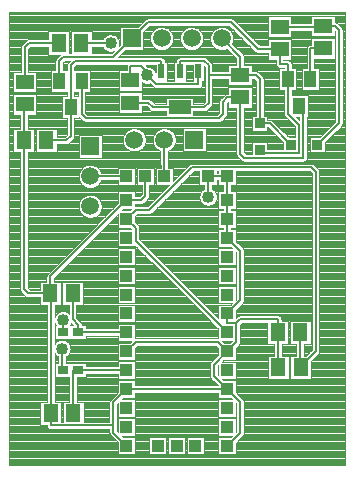
<source format=gbr>
G04 DipTrace 2.2.0.9*
%INTop.gbr*%
%MOMM*%
%ADD13C,0.178*%
%ADD14C,0.1*%
%ADD15R,1.5X1.5*%
%ADD16R,1.5X1.3*%
%ADD17R,1.3X1.5*%
%ADD19R,0.9X0.7*%
%ADD20R,0.483X1.194*%
%ADD21R,0.813X0.813*%
%ADD22R,0.991X1.397*%
%ADD23R,1.0X1.0*%
%ADD24C,1.5*%
%ADD25R,0.559X1.194*%
%ADD26R,1.829X1.194*%
%ADD27C,1.016*%
%FSLAX53Y53*%
%SFA1B1*%
%OFA0B0*%
G04*
G71*
G90*
G75*
G01*
%LNTop*%
%LPD*%
X29272Y12349D2*
D13*
X30394Y13471D1*
Y16027D1*
X29272Y17149D1*
X14308Y25248D2*
Y26697D1*
X20762Y33151D1*
X21088Y41408D2*
X22593D1*
X23008Y40992D1*
X25253D1*
X30368Y43748D2*
X31692D1*
X32048Y43392D1*
Y39643D1*
X27671Y33412D2*
Y35158D1*
X20762Y17149D2*
X19640Y16027D1*
Y14071D1*
X14348D1*
Y15088D1*
X25253Y40992D2*
X27356D1*
X27712Y41348D1*
Y43748D1*
X30368D1*
X29272Y17149D2*
X28149Y18271D1*
Y19227D1*
X29272Y20350D1*
X28496Y21125D1*
X21529D1*
X20762Y20358D1*
X33568Y21968D2*
Y23072D1*
X30394D1*
X30038Y22716D1*
Y21116D1*
X29272Y20350D1*
X33608Y19008D2*
X33568D1*
Y21968D1*
X12068Y38208D2*
Y41248D1*
X12128D1*
X14308Y25248D2*
X12424D1*
X12068Y25604D1*
Y38208D1*
X14348Y15088D2*
Y25248D1*
X14308D1*
X19640Y14071D2*
Y13471D1*
X20762Y12349D1*
X29272Y17149D2*
X20762D1*
Y33151D2*
X22007D1*
X22362Y33507D1*
Y35158D1*
X30368Y43748D2*
Y45287D1*
X28821Y46834D1*
X27712Y43748D2*
Y44556D1*
X27356Y44912D1*
X25278D1*
Y44040D1*
X32048Y39643D2*
X32898D1*
X34693Y37848D1*
X29272Y23550D2*
Y22716D1*
X30038D1*
X29272Y29951D2*
X30394Y28828D1*
Y24672D1*
X29272Y23550D1*
Y31551D2*
Y29951D1*
Y33149D2*
Y31551D1*
Y35158D2*
Y33149D1*
X27671Y35158D2*
X29272D1*
X15028Y46448D2*
X12484D1*
X12128Y46092D1*
Y43148D1*
X20762Y18758D2*
X19290D1*
X19279Y18768D1*
X16668D1*
X16248D1*
Y15088D1*
X20762Y21958D2*
X16668Y21968D1*
Y22585D1*
X16208Y23045D1*
Y25248D1*
X17688Y35158D2*
X19420D1*
X19421D1*
X20762D1*
X23958Y38248D2*
Y36492D1*
X23962Y36487D1*
Y35158D1*
X13968Y38208D2*
X15673D1*
X16028Y38564D1*
Y41038D1*
Y44556D1*
X16384Y44912D1*
X23698D1*
Y44048D1*
X33728Y47828D2*
X37408D1*
Y47888D1*
X38385D1*
X38740Y47532D1*
Y39660D1*
X36928Y37848D1*
X30368Y41848D2*
X29301D1*
X28946Y41492D1*
Y40429D1*
X28590Y40073D1*
X17324D1*
X16968Y40429D1*
Y43248D1*
X35388Y41158D2*
X35721D1*
Y36735D1*
X30724D1*
X30368Y37090D1*
Y41848D1*
X37408Y45988D2*
X36328D1*
Y43368D1*
X15288Y20577D2*
Y18768D1*
X15368D1*
Y23004D2*
Y21968D1*
X21201Y46834D2*
X19634Y45267D1*
X15419D1*
X15063Y44912D1*
Y43261D1*
X33728Y45928D2*
X31892D1*
X29614Y48207D1*
X22574D1*
X21201Y46834D1*
X34423Y43381D2*
Y44665D1*
X33728D1*
Y45928D1*
X32048Y37408D2*
X32281Y37175D1*
X35366D1*
Y39527D1*
X34423Y40470D1*
Y43381D1*
X35468Y21968D2*
Y19008D1*
X35508D1*
X20762Y31551D2*
X21529Y30784D1*
Y29692D1*
X29272Y21950D1*
X35508Y19008D2*
Y19488D1*
X35928D1*
X36780Y20340D1*
Y35569D1*
X36425Y35925D1*
X26314D1*
X22708Y32318D1*
X21529D1*
X20762Y31551D1*
X21088Y43308D2*
Y44497D1*
X22016D1*
X22524Y43989D1*
Y43723D1*
X19410Y46448D2*
X16928D1*
X22524Y43723D2*
X23299Y42948D1*
X26848D1*
Y44048D1*
D27*
X27671Y33412D3*
X15368Y23004D3*
X15288Y20577D3*
X19410Y46448D3*
X22524Y43723D3*
X10829Y48961D2*
D14*
X39248D1*
X10829Y48865D2*
X39248D1*
X10829Y48768D2*
X36417D1*
X38399D2*
X39248D1*
X10829Y48671D2*
X32737D1*
X34719D2*
X36417D1*
X38399D2*
X39248D1*
X10829Y48575D2*
X32737D1*
X34719D2*
X36417D1*
X38399D2*
X39248D1*
X10829Y48478D2*
X22393D1*
X29793D2*
X32737D1*
X34719D2*
X36417D1*
X38399D2*
X39249D1*
X10829Y48381D2*
X22285D1*
X29902D2*
X32737D1*
X34719D2*
X36417D1*
X38399D2*
X39249D1*
X10829Y48285D2*
X22188D1*
X29999D2*
X32737D1*
X34719D2*
X36417D1*
X38399D2*
X39249D1*
X10829Y48188D2*
X22092D1*
X30094D2*
X32737D1*
X34719D2*
X36417D1*
X38507D2*
X39249D1*
X10829Y48091D2*
X21995D1*
X30191D2*
X32737D1*
X38644D2*
X39249D1*
X10829Y47995D2*
X21899D1*
X30288D2*
X32737D1*
X38741D2*
X39249D1*
X10829Y47898D2*
X21803D1*
X30385D2*
X32737D1*
X38838D2*
X39249D1*
X10829Y47801D2*
X20210D1*
X22632D2*
X23565D1*
X23918D2*
X26104D1*
X26458D2*
X28645D1*
X28998D2*
X29556D1*
X30482D2*
X32737D1*
X38935D2*
X39249D1*
X10829Y47705D2*
X20210D1*
X22535D2*
X23278D1*
X24204D2*
X25818D1*
X26744D2*
X28357D1*
X29285D2*
X29653D1*
X30579D2*
X32737D1*
X39021D2*
X39249D1*
X10829Y47608D2*
X20210D1*
X22438D2*
X23128D1*
X24355D2*
X25668D1*
X26894D2*
X28207D1*
X29435D2*
X29749D1*
X30676D2*
X32737D1*
X39062D2*
X39249D1*
X10829Y47511D2*
X20210D1*
X22341D2*
X23021D1*
X24462D2*
X25560D1*
X27002D2*
X28101D1*
X29541D2*
X29846D1*
X30773D2*
X32737D1*
X39071D2*
X39249D1*
X10829Y47415D2*
X14137D1*
X15919D2*
X16037D1*
X17819D2*
X20210D1*
X22244D2*
X22940D1*
X24543D2*
X25479D1*
X27082D2*
X28020D1*
X29623D2*
X29942D1*
X30868D2*
X32737D1*
X34719D2*
X36417D1*
X39071D2*
X39249D1*
X10829Y47318D2*
X14137D1*
X15919D2*
X16037D1*
X17819D2*
X20210D1*
X22193D2*
X22878D1*
X24605D2*
X25417D1*
X27144D2*
X27957D1*
X29685D2*
X30038D1*
X30965D2*
X32737D1*
X34719D2*
X36417D1*
X39071D2*
X39249D1*
X10829Y47221D2*
X14137D1*
X15919D2*
X16037D1*
X17819D2*
X20210D1*
X22193D2*
X22829D1*
X24654D2*
X25370D1*
X27193D2*
X27909D1*
X29733D2*
X30135D1*
X31062D2*
X32737D1*
X34719D2*
X36417D1*
X39071D2*
X39249D1*
X10829Y47125D2*
X14137D1*
X15919D2*
X16037D1*
X17819D2*
X19101D1*
X19718D2*
X20210D1*
X22193D2*
X22793D1*
X24688D2*
X25334D1*
X27229D2*
X27874D1*
X29769D2*
X30232D1*
X31158D2*
X32737D1*
X34719D2*
X36417D1*
X39071D2*
X39249D1*
X10829Y47028D2*
X14137D1*
X15919D2*
X16037D1*
X17819D2*
X18942D1*
X19879D2*
X20210D1*
X22193D2*
X22770D1*
X24713D2*
X25309D1*
X27254D2*
X27849D1*
X29793D2*
X30329D1*
X31255D2*
X32737D1*
X34719D2*
X36417D1*
X39071D2*
X39249D1*
X10829Y46931D2*
X14137D1*
X15919D2*
X16037D1*
X17819D2*
X18840D1*
X19979D2*
X20210D1*
X22193D2*
X22754D1*
X24727D2*
X25295D1*
X27268D2*
X27835D1*
X29808D2*
X30426D1*
X31352D2*
X38410D1*
X39071D2*
X39251D1*
X10829Y46835D2*
X14137D1*
X15919D2*
X16037D1*
X17819D2*
X18770D1*
X20051D2*
X20210D1*
X22193D2*
X22749D1*
X24733D2*
X25290D1*
X27273D2*
X27829D1*
X29813D2*
X30523D1*
X31449D2*
X36417D1*
X39071D2*
X39251D1*
X10829Y46738D2*
X12337D1*
X15919D2*
X16037D1*
X20101D2*
X20210D1*
X22193D2*
X22754D1*
X24727D2*
X25295D1*
X27268D2*
X27834D1*
X29808D2*
X30620D1*
X31544D2*
X32737D1*
X34719D2*
X36417D1*
X39071D2*
X39251D1*
X10829Y46641D2*
X12213D1*
X15919D2*
X16037D1*
X20133D2*
X20210D1*
X22193D2*
X22768D1*
X24713D2*
X25309D1*
X27254D2*
X27849D1*
X29793D2*
X30715D1*
X31641D2*
X32737D1*
X34719D2*
X36417D1*
X39071D2*
X39251D1*
X10829Y46545D2*
X12117D1*
X15919D2*
X16037D1*
X20152D2*
X20210D1*
X22193D2*
X22793D1*
X24690D2*
X25334D1*
X27229D2*
X27873D1*
X29769D2*
X30812D1*
X31738D2*
X32737D1*
X34719D2*
X36417D1*
X39071D2*
X39251D1*
X10829Y46448D2*
X12021D1*
X15919D2*
X16037D1*
X20160D2*
X20210D1*
X22193D2*
X22829D1*
X24654D2*
X25368D1*
X27193D2*
X27909D1*
X29733D2*
X30909D1*
X31835D2*
X32737D1*
X34719D2*
X36417D1*
X39071D2*
X39251D1*
X10829Y46351D2*
X11924D1*
X15919D2*
X16037D1*
X20152D2*
X20210D1*
X22193D2*
X22876D1*
X24605D2*
X25417D1*
X27146D2*
X27957D1*
X29768D2*
X31006D1*
X31932D2*
X32737D1*
X34719D2*
X36417D1*
X39071D2*
X39251D1*
X10829Y46255D2*
X11842D1*
X15919D2*
X16037D1*
X22193D2*
X22938D1*
X24543D2*
X25479D1*
X27083D2*
X28020D1*
X29863D2*
X31103D1*
X32029D2*
X32737D1*
X34719D2*
X36140D1*
X39071D2*
X39251D1*
X10829Y46158D2*
X11804D1*
X15919D2*
X16037D1*
X22193D2*
X23020D1*
X24463D2*
X25560D1*
X27002D2*
X28099D1*
X29960D2*
X31199D1*
X34719D2*
X36046D1*
X39071D2*
X39251D1*
X10829Y46061D2*
X11798D1*
X12560D2*
X14137D1*
X15919D2*
X16037D1*
X17819D2*
X18770D1*
X22193D2*
X23126D1*
X24357D2*
X25667D1*
X26896D2*
X28206D1*
X30057D2*
X31296D1*
X34719D2*
X36006D1*
X39071D2*
X39251D1*
X10829Y45965D2*
X11798D1*
X12463D2*
X14137D1*
X15919D2*
X16037D1*
X17819D2*
X18840D1*
X22193D2*
X23276D1*
X24207D2*
X25817D1*
X26746D2*
X28356D1*
X30154D2*
X31392D1*
X34719D2*
X35998D1*
X39071D2*
X39251D1*
X10829Y45868D2*
X11798D1*
X12458D2*
X14137D1*
X15919D2*
X16037D1*
X17819D2*
X18942D1*
X22193D2*
X23559D1*
X23924D2*
X26098D1*
X26465D2*
X28638D1*
X29004D2*
X29324D1*
X30251D2*
X31488D1*
X34719D2*
X35998D1*
X39071D2*
X39251D1*
X10829Y45771D2*
X11798D1*
X12458D2*
X14137D1*
X15919D2*
X16037D1*
X17819D2*
X19101D1*
X20602D2*
X29421D1*
X30348D2*
X31585D1*
X34719D2*
X35998D1*
X39071D2*
X39251D1*
X10829Y45675D2*
X11798D1*
X12458D2*
X14137D1*
X15919D2*
X16037D1*
X17819D2*
X19579D1*
X20505D2*
X29518D1*
X30444D2*
X31685D1*
X34719D2*
X35998D1*
X39071D2*
X39251D1*
X10829Y45578D2*
X11798D1*
X12458D2*
X14137D1*
X20408D2*
X29615D1*
X30540D2*
X32737D1*
X34719D2*
X35998D1*
X39071D2*
X39251D1*
X10829Y45481D2*
X11798D1*
X12458D2*
X14137D1*
X20312D2*
X29710D1*
X30633D2*
X32737D1*
X34719D2*
X35998D1*
X39071D2*
X39253D1*
X10829Y45385D2*
X11798D1*
X12458D2*
X15073D1*
X20215D2*
X29807D1*
X30683D2*
X32737D1*
X34719D2*
X35998D1*
X39071D2*
X39253D1*
X10829Y45288D2*
X11798D1*
X12458D2*
X14976D1*
X20118D2*
X29904D1*
X30699D2*
X32737D1*
X34719D2*
X35998D1*
X39071D2*
X39253D1*
X10829Y45191D2*
X11798D1*
X12458D2*
X14879D1*
X23865D2*
X25112D1*
X27523D2*
X30001D1*
X30699D2*
X32737D1*
X34719D2*
X35998D1*
X39071D2*
X39253D1*
X10829Y45095D2*
X11798D1*
X12458D2*
X14790D1*
X23971D2*
X25006D1*
X27637D2*
X30037D1*
X30699D2*
X32737D1*
X34719D2*
X35998D1*
X36658D2*
X38410D1*
X39071D2*
X39253D1*
X10829Y44998D2*
X11798D1*
X12458D2*
X14745D1*
X24016D2*
X24960D1*
X27732D2*
X30037D1*
X30699D2*
X33398D1*
X34058D2*
X35998D1*
X36658D2*
X38410D1*
X39071D2*
X39253D1*
X10829Y44901D2*
X11798D1*
X12458D2*
X14732D1*
X15516D2*
X15910D1*
X24029D2*
X24948D1*
X27829D2*
X30037D1*
X30699D2*
X33398D1*
X34649D2*
X35998D1*
X36658D2*
X38410D1*
X39071D2*
X39253D1*
X10829Y44805D2*
X11798D1*
X12458D2*
X14732D1*
X15419D2*
X15813D1*
X24182D2*
X24757D1*
X27926D2*
X30037D1*
X30699D2*
X33398D1*
X34721D2*
X35998D1*
X36658D2*
X38410D1*
X39071D2*
X39253D1*
X10829Y44708D2*
X11798D1*
X12458D2*
X14732D1*
X15393D2*
X15737D1*
X24182D2*
X24757D1*
X28004D2*
X30037D1*
X30699D2*
X33398D1*
X34751D2*
X35998D1*
X36658D2*
X38410D1*
X39071D2*
X39253D1*
X10829Y44611D2*
X11798D1*
X12458D2*
X14732D1*
X15393D2*
X15703D1*
X24182D2*
X24757D1*
X28037D2*
X29376D1*
X31360D2*
X33403D1*
X34754D2*
X35998D1*
X36658D2*
X38410D1*
X39071D2*
X39253D1*
X10829Y44515D2*
X11798D1*
X12458D2*
X14732D1*
X15393D2*
X15698D1*
X16451D2*
X20759D1*
X22462D2*
X23215D1*
X24182D2*
X24757D1*
X25799D2*
X26365D1*
X28041D2*
X29376D1*
X31360D2*
X33435D1*
X34754D2*
X35998D1*
X36658D2*
X38410D1*
X39071D2*
X39253D1*
X10829Y44418D2*
X11798D1*
X12458D2*
X14732D1*
X15393D2*
X15698D1*
X16358D2*
X20757D1*
X22785D2*
X23215D1*
X24182D2*
X24757D1*
X25799D2*
X26365D1*
X27330D2*
X27382D1*
X28041D2*
X29376D1*
X31360D2*
X33513D1*
X34754D2*
X35998D1*
X36658D2*
X38410D1*
X39071D2*
X39253D1*
X10829Y44321D2*
X11798D1*
X12458D2*
X14732D1*
X15393D2*
X15698D1*
X16358D2*
X20757D1*
X22968D2*
X23215D1*
X24182D2*
X24757D1*
X25799D2*
X26365D1*
X27330D2*
X27382D1*
X28041D2*
X29376D1*
X31360D2*
X34093D1*
X34754D2*
X35998D1*
X36658D2*
X38410D1*
X39071D2*
X39253D1*
X10829Y44225D2*
X11798D1*
X12458D2*
X14732D1*
X15393D2*
X15698D1*
X16358D2*
X20757D1*
X23077D2*
X23215D1*
X24182D2*
X24757D1*
X25799D2*
X26365D1*
X27330D2*
X27382D1*
X28041D2*
X29376D1*
X31360D2*
X33687D1*
X35160D2*
X35592D1*
X37065D2*
X38410D1*
X39071D2*
X39253D1*
X10829Y44128D2*
X11798D1*
X12458D2*
X14326D1*
X17705D2*
X20096D1*
X23152D2*
X23215D1*
X24182D2*
X24757D1*
X25799D2*
X26365D1*
X27330D2*
X27382D1*
X28041D2*
X29376D1*
X31360D2*
X33687D1*
X35160D2*
X35592D1*
X37065D2*
X38410D1*
X39071D2*
X39253D1*
X10829Y44031D2*
X11798D1*
X12458D2*
X14326D1*
X17705D2*
X20096D1*
X24182D2*
X24757D1*
X25799D2*
X26365D1*
X27330D2*
X27382D1*
X31852D2*
X33687D1*
X35160D2*
X35592D1*
X37065D2*
X38410D1*
X39071D2*
X39253D1*
X10829Y43935D2*
X11137D1*
X13119D2*
X14326D1*
X17705D2*
X20096D1*
X24182D2*
X24757D1*
X25799D2*
X26365D1*
X27330D2*
X27382D1*
X31969D2*
X33687D1*
X35160D2*
X35592D1*
X37065D2*
X38410D1*
X39071D2*
X39254D1*
X10829Y43838D2*
X11137D1*
X13119D2*
X14326D1*
X17705D2*
X20096D1*
X24182D2*
X24757D1*
X25799D2*
X26365D1*
X27330D2*
X27382D1*
X32065D2*
X33687D1*
X35160D2*
X35592D1*
X37065D2*
X38410D1*
X39071D2*
X39254D1*
X10829Y43741D2*
X11137D1*
X13119D2*
X14326D1*
X17705D2*
X20096D1*
X24182D2*
X24757D1*
X25799D2*
X26365D1*
X27330D2*
X27382D1*
X32162D2*
X33687D1*
X35160D2*
X35592D1*
X37065D2*
X38410D1*
X39071D2*
X39254D1*
X10829Y43645D2*
X11137D1*
X13119D2*
X14326D1*
X17705D2*
X20096D1*
X24182D2*
X24757D1*
X25799D2*
X26365D1*
X27330D2*
X27382D1*
X32258D2*
X33687D1*
X35160D2*
X35592D1*
X37065D2*
X38410D1*
X39071D2*
X39254D1*
X10829Y43548D2*
X11137D1*
X13119D2*
X14326D1*
X17705D2*
X20096D1*
X24182D2*
X24757D1*
X25799D2*
X26365D1*
X27330D2*
X27382D1*
X32338D2*
X33687D1*
X35160D2*
X35592D1*
X37065D2*
X38410D1*
X39071D2*
X39254D1*
X10829Y43451D2*
X11137D1*
X13119D2*
X14326D1*
X17705D2*
X20096D1*
X24182D2*
X24757D1*
X25799D2*
X26365D1*
X27330D2*
X27382D1*
X32373D2*
X33687D1*
X35160D2*
X35592D1*
X37065D2*
X38410D1*
X39071D2*
X39254D1*
X10829Y43355D2*
X11137D1*
X13119D2*
X14326D1*
X17705D2*
X20096D1*
X24182D2*
X24757D1*
X25799D2*
X26365D1*
X27330D2*
X27382D1*
X28041D2*
X29376D1*
X31360D2*
X31623D1*
X32379D2*
X33687D1*
X35160D2*
X35592D1*
X37065D2*
X38410D1*
X39071D2*
X39254D1*
X10829Y43258D2*
X11137D1*
X13119D2*
X14326D1*
X17705D2*
X20096D1*
X27330D2*
X27382D1*
X28041D2*
X29376D1*
X31360D2*
X31718D1*
X32379D2*
X33687D1*
X35160D2*
X35592D1*
X37065D2*
X38410D1*
X39071D2*
X39254D1*
X10829Y43161D2*
X11137D1*
X13119D2*
X14326D1*
X17705D2*
X20096D1*
X27179D2*
X27381D1*
X28041D2*
X29376D1*
X31360D2*
X31718D1*
X32379D2*
X33687D1*
X35160D2*
X35592D1*
X37065D2*
X38410D1*
X39071D2*
X39254D1*
X10829Y43065D2*
X11137D1*
X13119D2*
X14326D1*
X17705D2*
X20096D1*
X22079D2*
X22176D1*
X27179D2*
X27381D1*
X28041D2*
X29376D1*
X31360D2*
X31718D1*
X32379D2*
X33687D1*
X35160D2*
X35592D1*
X37065D2*
X38410D1*
X39071D2*
X39254D1*
X10829Y42968D2*
X11137D1*
X13119D2*
X14326D1*
X17705D2*
X20096D1*
X22079D2*
X22815D1*
X27179D2*
X27381D1*
X28041D2*
X29376D1*
X31360D2*
X31718D1*
X32379D2*
X33687D1*
X35160D2*
X35592D1*
X37065D2*
X38410D1*
X39071D2*
X39254D1*
X10829Y42871D2*
X11137D1*
X13119D2*
X14326D1*
X17705D2*
X20096D1*
X22079D2*
X22912D1*
X27169D2*
X27381D1*
X28041D2*
X29376D1*
X31360D2*
X31718D1*
X32379D2*
X33687D1*
X35160D2*
X35592D1*
X37065D2*
X38410D1*
X39071D2*
X39254D1*
X10829Y42775D2*
X11137D1*
X13119D2*
X14326D1*
X17705D2*
X20096D1*
X22079D2*
X23009D1*
X27127D2*
X27381D1*
X28041D2*
X31718D1*
X32379D2*
X33687D1*
X35160D2*
X35592D1*
X37065D2*
X38410D1*
X39071D2*
X39254D1*
X10829Y42678D2*
X11137D1*
X13119D2*
X14326D1*
X17705D2*
X20096D1*
X22079D2*
X23117D1*
X27030D2*
X27381D1*
X28041D2*
X29376D1*
X31360D2*
X31718D1*
X32379D2*
X33687D1*
X35160D2*
X35592D1*
X37065D2*
X38410D1*
X39071D2*
X39254D1*
X10829Y42581D2*
X11137D1*
X13119D2*
X14326D1*
X17705D2*
X20096D1*
X22079D2*
X27381D1*
X28041D2*
X29376D1*
X31360D2*
X31718D1*
X32379D2*
X33687D1*
X35160D2*
X35592D1*
X37065D2*
X38410D1*
X39071D2*
X39254D1*
X10829Y42485D2*
X11137D1*
X13119D2*
X14326D1*
X17705D2*
X20096D1*
X22079D2*
X27381D1*
X28041D2*
X29376D1*
X31360D2*
X31718D1*
X32379D2*
X33687D1*
X35160D2*
X35592D1*
X37065D2*
X38410D1*
X39071D2*
X39256D1*
X10829Y42388D2*
X11137D1*
X13119D2*
X14326D1*
X17705D2*
X27381D1*
X28041D2*
X29376D1*
X31360D2*
X31718D1*
X32379D2*
X34093D1*
X34754D2*
X38410D1*
X39071D2*
X39256D1*
X10829Y42291D2*
X11137D1*
X13119D2*
X15698D1*
X16358D2*
X16637D1*
X17299D2*
X27381D1*
X28041D2*
X29376D1*
X31360D2*
X31718D1*
X32379D2*
X34093D1*
X34754D2*
X38410D1*
X39071D2*
X39256D1*
X10829Y42195D2*
X15698D1*
X16358D2*
X16637D1*
X17299D2*
X20096D1*
X22079D2*
X27381D1*
X28041D2*
X29376D1*
X31360D2*
X31718D1*
X32379D2*
X34093D1*
X34754D2*
X38410D1*
X39071D2*
X39256D1*
X10829Y42098D2*
X11137D1*
X13119D2*
X15698D1*
X16358D2*
X16637D1*
X17299D2*
X20096D1*
X22079D2*
X27381D1*
X28041D2*
X29092D1*
X31360D2*
X31718D1*
X32379D2*
X34093D1*
X34754D2*
X38410D1*
X39071D2*
X39256D1*
X10829Y42001D2*
X11137D1*
X13119D2*
X15698D1*
X16358D2*
X16637D1*
X17299D2*
X20096D1*
X22079D2*
X27381D1*
X28041D2*
X28992D1*
X31360D2*
X31718D1*
X32379D2*
X34093D1*
X36126D2*
X38410D1*
X39071D2*
X39256D1*
X10829Y41905D2*
X11137D1*
X13119D2*
X15292D1*
X17299D2*
X20096D1*
X22079D2*
X27381D1*
X28041D2*
X28895D1*
X31360D2*
X31718D1*
X32379D2*
X34093D1*
X36126D2*
X38410D1*
X39071D2*
X39256D1*
X10830Y41808D2*
X11137D1*
X13119D2*
X15292D1*
X17299D2*
X20096D1*
X22079D2*
X24098D1*
X26408D2*
X27381D1*
X28041D2*
X28798D1*
X31360D2*
X31718D1*
X32379D2*
X34093D1*
X36126D2*
X38410D1*
X39071D2*
X39256D1*
X10830Y41711D2*
X11137D1*
X13119D2*
X15292D1*
X17299D2*
X20096D1*
X22705D2*
X24098D1*
X26408D2*
X27381D1*
X28041D2*
X28701D1*
X31360D2*
X31718D1*
X32379D2*
X34093D1*
X36126D2*
X38410D1*
X39071D2*
X39256D1*
X10830Y41615D2*
X11137D1*
X13119D2*
X15292D1*
X17299D2*
X20096D1*
X22849D2*
X24098D1*
X26408D2*
X27381D1*
X28041D2*
X28640D1*
X31360D2*
X31718D1*
X32379D2*
X34093D1*
X36126D2*
X38410D1*
X39071D2*
X39256D1*
X10830Y41518D2*
X11137D1*
X13119D2*
X15292D1*
X17299D2*
X20096D1*
X22946D2*
X24098D1*
X26408D2*
X27381D1*
X28041D2*
X28617D1*
X31360D2*
X31718D1*
X32379D2*
X34093D1*
X36126D2*
X38410D1*
X39071D2*
X39256D1*
X10830Y41421D2*
X11137D1*
X13119D2*
X15292D1*
X17299D2*
X20096D1*
X23043D2*
X24098D1*
X26408D2*
X27321D1*
X28041D2*
X28615D1*
X29338D2*
X29376D1*
X31360D2*
X31718D1*
X32379D2*
X34093D1*
X36126D2*
X38410D1*
X39071D2*
X39256D1*
X10830Y41325D2*
X11137D1*
X13119D2*
X15292D1*
X17299D2*
X20096D1*
X23140D2*
X24098D1*
X26408D2*
X27226D1*
X28041D2*
X28615D1*
X29276D2*
X29376D1*
X31360D2*
X31718D1*
X32379D2*
X34093D1*
X36126D2*
X38410D1*
X39071D2*
X39256D1*
X10830Y41228D2*
X11137D1*
X13119D2*
X15292D1*
X17299D2*
X20096D1*
X28019D2*
X28615D1*
X29276D2*
X29376D1*
X31360D2*
X31718D1*
X32379D2*
X34093D1*
X36126D2*
X38410D1*
X39071D2*
X39256D1*
X10830Y41131D2*
X11137D1*
X13119D2*
X15292D1*
X17299D2*
X20096D1*
X27958D2*
X28615D1*
X29276D2*
X29376D1*
X31360D2*
X31718D1*
X32379D2*
X34093D1*
X36126D2*
X38410D1*
X39071D2*
X39256D1*
X10830Y41035D2*
X11137D1*
X13119D2*
X15292D1*
X17299D2*
X20096D1*
X22079D2*
X22503D1*
X27862D2*
X28615D1*
X29276D2*
X29376D1*
X31360D2*
X31718D1*
X32379D2*
X34093D1*
X36126D2*
X38410D1*
X39071D2*
X39256D1*
X10830Y40938D2*
X11137D1*
X13119D2*
X15292D1*
X17299D2*
X20096D1*
X22079D2*
X22599D1*
X27765D2*
X28615D1*
X29276D2*
X30037D1*
X30699D2*
X31718D1*
X32379D2*
X34093D1*
X36126D2*
X38410D1*
X39071D2*
X39257D1*
X10830Y40841D2*
X11137D1*
X13119D2*
X15292D1*
X17299D2*
X20096D1*
X22079D2*
X22696D1*
X27668D2*
X28615D1*
X29276D2*
X30037D1*
X30699D2*
X31718D1*
X32379D2*
X34093D1*
X36126D2*
X38410D1*
X39071D2*
X39257D1*
X10830Y40745D2*
X11137D1*
X13119D2*
X15292D1*
X17299D2*
X20096D1*
X22079D2*
X22795D1*
X27569D2*
X28615D1*
X29276D2*
X30037D1*
X30699D2*
X31718D1*
X32379D2*
X34093D1*
X36126D2*
X38410D1*
X39071D2*
X39257D1*
X10830Y40648D2*
X11137D1*
X13119D2*
X15292D1*
X17299D2*
X20096D1*
X22079D2*
X24098D1*
X26408D2*
X28615D1*
X29276D2*
X30037D1*
X30699D2*
X31718D1*
X32379D2*
X34093D1*
X36126D2*
X38410D1*
X39071D2*
X39257D1*
X10830Y40551D2*
X11137D1*
X13119D2*
X15292D1*
X17308D2*
X20096D1*
X22079D2*
X24098D1*
X26408D2*
X28606D1*
X29276D2*
X30037D1*
X30699D2*
X31718D1*
X32379D2*
X34093D1*
X36126D2*
X38410D1*
X39071D2*
X39257D1*
X10830Y40455D2*
X11137D1*
X13119D2*
X15292D1*
X17405D2*
X24098D1*
X26408D2*
X28509D1*
X29276D2*
X30037D1*
X30699D2*
X31718D1*
X32379D2*
X34093D1*
X36126D2*
X38410D1*
X39071D2*
X39257D1*
X10830Y40358D2*
X11737D1*
X12399D2*
X15292D1*
X29268D2*
X30037D1*
X30699D2*
X31718D1*
X32379D2*
X34113D1*
X36126D2*
X38410D1*
X39071D2*
X39257D1*
X10830Y40261D2*
X11737D1*
X12399D2*
X15292D1*
X29229D2*
X30037D1*
X30699D2*
X31399D1*
X32696D2*
X34170D1*
X36126D2*
X38410D1*
X39071D2*
X39257D1*
X10830Y40165D2*
X11737D1*
X12399D2*
X15292D1*
X29144D2*
X30037D1*
X30699D2*
X31399D1*
X32696D2*
X34265D1*
X35191D2*
X35392D1*
X36052D2*
X38410D1*
X39071D2*
X39257D1*
X10830Y40068D2*
X11737D1*
X12399D2*
X15698D1*
X16358D2*
X16865D1*
X29048D2*
X30037D1*
X30699D2*
X31399D1*
X32696D2*
X34362D1*
X35288D2*
X35392D1*
X36052D2*
X38410D1*
X39071D2*
X39257D1*
X10830Y39971D2*
X11737D1*
X12399D2*
X15698D1*
X16358D2*
X16962D1*
X28951D2*
X30037D1*
X30699D2*
X31399D1*
X32696D2*
X34459D1*
X36052D2*
X38410D1*
X39071D2*
X39257D1*
X10830Y39875D2*
X11737D1*
X12399D2*
X15698D1*
X16358D2*
X17059D1*
X28855D2*
X30037D1*
X30699D2*
X31399D1*
X33129D2*
X34556D1*
X36052D2*
X38410D1*
X39071D2*
X39257D1*
X10830Y39778D2*
X11737D1*
X12399D2*
X15698D1*
X16358D2*
X17188D1*
X28726D2*
X30037D1*
X30699D2*
X31399D1*
X33226D2*
X34653D1*
X36052D2*
X38395D1*
X39071D2*
X39257D1*
X10830Y39681D2*
X11737D1*
X12399D2*
X15698D1*
X16358D2*
X30037D1*
X30699D2*
X31399D1*
X33323D2*
X34749D1*
X36052D2*
X38298D1*
X39071D2*
X39257D1*
X10830Y39585D2*
X11737D1*
X12399D2*
X15698D1*
X16358D2*
X30037D1*
X30699D2*
X31399D1*
X33419D2*
X34846D1*
X36052D2*
X38201D1*
X39062D2*
X39257D1*
X10830Y39488D2*
X11737D1*
X12399D2*
X15698D1*
X16358D2*
X30037D1*
X30699D2*
X31399D1*
X33516D2*
X34942D1*
X36052D2*
X38106D1*
X39021D2*
X39259D1*
X10830Y39391D2*
X11737D1*
X12399D2*
X15698D1*
X16358D2*
X30037D1*
X30699D2*
X31399D1*
X33613D2*
X35035D1*
X36052D2*
X38009D1*
X38935D2*
X39259D1*
X10830Y39295D2*
X11737D1*
X12399D2*
X15698D1*
X16358D2*
X30037D1*
X30699D2*
X31399D1*
X32696D2*
X32784D1*
X33708D2*
X35035D1*
X36052D2*
X37912D1*
X38838D2*
X39259D1*
X10830Y39198D2*
X11737D1*
X12399D2*
X15698D1*
X16358D2*
X21162D1*
X21674D2*
X23701D1*
X24215D2*
X25507D1*
X27490D2*
X30037D1*
X30699D2*
X31399D1*
X32696D2*
X32879D1*
X33805D2*
X35035D1*
X36052D2*
X37815D1*
X38741D2*
X39259D1*
X10830Y39101D2*
X11176D1*
X12960D2*
X13076D1*
X14860D2*
X15698D1*
X16358D2*
X20923D1*
X21913D2*
X23463D1*
X24452D2*
X25507D1*
X27490D2*
X30037D1*
X30699D2*
X31399D1*
X32696D2*
X32976D1*
X33902D2*
X35035D1*
X36052D2*
X37718D1*
X38644D2*
X39259D1*
X10830Y39005D2*
X11176D1*
X12960D2*
X13076D1*
X14860D2*
X15698D1*
X16358D2*
X20782D1*
X22054D2*
X23323D1*
X24593D2*
X25507D1*
X27490D2*
X30037D1*
X30699D2*
X33073D1*
X33999D2*
X35035D1*
X36052D2*
X37621D1*
X38548D2*
X39259D1*
X10830Y38908D2*
X11176D1*
X12960D2*
X13076D1*
X14860D2*
X15698D1*
X16358D2*
X20682D1*
X22154D2*
X23221D1*
X24694D2*
X25507D1*
X27490D2*
X30037D1*
X30699D2*
X33170D1*
X34096D2*
X35035D1*
X36052D2*
X37524D1*
X38451D2*
X39259D1*
X10830Y38811D2*
X11176D1*
X12960D2*
X13076D1*
X14860D2*
X15698D1*
X16358D2*
X20604D1*
X22232D2*
X23145D1*
X24771D2*
X25507D1*
X27490D2*
X30037D1*
X30699D2*
X33267D1*
X34193D2*
X35035D1*
X36052D2*
X37428D1*
X38354D2*
X39259D1*
X10830Y38715D2*
X11176D1*
X12960D2*
X13076D1*
X14860D2*
X15698D1*
X16358D2*
X20545D1*
X22291D2*
X23085D1*
X24832D2*
X25507D1*
X27490D2*
X30037D1*
X30699D2*
X33363D1*
X34290D2*
X35035D1*
X36052D2*
X37332D1*
X38258D2*
X39259D1*
X10830Y38618D2*
X11176D1*
X12960D2*
X13076D1*
X14860D2*
X15620D1*
X16358D2*
X16696D1*
X18679D2*
X20499D1*
X22337D2*
X23038D1*
X24877D2*
X25507D1*
X27490D2*
X30037D1*
X30699D2*
X33460D1*
X34387D2*
X35035D1*
X36052D2*
X37235D1*
X38162D2*
X39259D1*
X10830Y38521D2*
X11176D1*
X12960D2*
X13076D1*
X16355D2*
X16696D1*
X18679D2*
X20465D1*
X22371D2*
X23006D1*
X24910D2*
X25507D1*
X27490D2*
X30037D1*
X30699D2*
X33556D1*
X34482D2*
X35035D1*
X36052D2*
X37138D1*
X38065D2*
X39259D1*
X10830Y38425D2*
X11176D1*
X12960D2*
X13076D1*
X16327D2*
X16696D1*
X18679D2*
X20443D1*
X22393D2*
X22982D1*
X24933D2*
X25507D1*
X27490D2*
X30037D1*
X30699D2*
X33653D1*
X36052D2*
X36281D1*
X37968D2*
X39259D1*
X10830Y38328D2*
X11176D1*
X12960D2*
X13076D1*
X16255D2*
X16696D1*
X18679D2*
X20429D1*
X22407D2*
X22970D1*
X24946D2*
X25507D1*
X27490D2*
X30037D1*
X30699D2*
X33749D1*
X36052D2*
X36281D1*
X37871D2*
X39259D1*
X10830Y38231D2*
X11176D1*
X12960D2*
X13076D1*
X16158D2*
X16696D1*
X18679D2*
X20426D1*
X22410D2*
X22967D1*
X24949D2*
X25507D1*
X27490D2*
X30037D1*
X30699D2*
X33846D1*
X36052D2*
X36281D1*
X37774D2*
X39259D1*
X10830Y38135D2*
X11176D1*
X12960D2*
X13076D1*
X16062D2*
X16696D1*
X18679D2*
X20434D1*
X22402D2*
X22973D1*
X24943D2*
X25507D1*
X27490D2*
X30037D1*
X30699D2*
X33943D1*
X36052D2*
X36281D1*
X37677D2*
X39259D1*
X10830Y38038D2*
X11176D1*
X12960D2*
X13076D1*
X15966D2*
X16696D1*
X18679D2*
X20449D1*
X22387D2*
X22990D1*
X24927D2*
X25507D1*
X27490D2*
X30037D1*
X30699D2*
X31399D1*
X32696D2*
X34040D1*
X36052D2*
X36281D1*
X37580D2*
X39259D1*
X10830Y37941D2*
X11176D1*
X12960D2*
X13076D1*
X15860D2*
X16696D1*
X18679D2*
X20476D1*
X22360D2*
X23015D1*
X24901D2*
X25507D1*
X27490D2*
X30037D1*
X30699D2*
X31399D1*
X32696D2*
X34045D1*
X36052D2*
X36281D1*
X37576D2*
X39260D1*
X10830Y37845D2*
X11176D1*
X12960D2*
X13076D1*
X14860D2*
X16696D1*
X18679D2*
X20513D1*
X22323D2*
X23053D1*
X24863D2*
X25507D1*
X27490D2*
X30037D1*
X30699D2*
X31399D1*
X32696D2*
X34045D1*
X36052D2*
X36281D1*
X37576D2*
X39260D1*
X10830Y37748D2*
X11176D1*
X12960D2*
X13076D1*
X14860D2*
X16696D1*
X18679D2*
X20563D1*
X22273D2*
X23104D1*
X24813D2*
X25507D1*
X27490D2*
X30037D1*
X30699D2*
X31399D1*
X32696D2*
X34045D1*
X36052D2*
X36281D1*
X37576D2*
X39260D1*
X10830Y37651D2*
X11176D1*
X12960D2*
X13076D1*
X14860D2*
X16696D1*
X18679D2*
X20629D1*
X22207D2*
X23168D1*
X24748D2*
X25507D1*
X27490D2*
X30037D1*
X30699D2*
X31399D1*
X32696D2*
X34045D1*
X36052D2*
X36281D1*
X37576D2*
X39260D1*
X10830Y37555D2*
X11176D1*
X12960D2*
X13076D1*
X14860D2*
X16696D1*
X18679D2*
X20713D1*
X22123D2*
X23254D1*
X24663D2*
X25507D1*
X27490D2*
X30037D1*
X30699D2*
X31399D1*
X32696D2*
X34045D1*
X36052D2*
X36281D1*
X37576D2*
X39260D1*
X10830Y37458D2*
X11176D1*
X12960D2*
X13076D1*
X14860D2*
X16696D1*
X18679D2*
X20826D1*
X22010D2*
X23365D1*
X24551D2*
X25507D1*
X27490D2*
X30037D1*
X30699D2*
X31399D1*
X36052D2*
X36281D1*
X37576D2*
X39260D1*
X10830Y37361D2*
X11176D1*
X12960D2*
X13076D1*
X14860D2*
X16696D1*
X18679D2*
X20987D1*
X21849D2*
X23528D1*
X24388D2*
X25507D1*
X27490D2*
X30037D1*
X30699D2*
X31399D1*
X36052D2*
X36281D1*
X37576D2*
X39260D1*
X10830Y37265D2*
X11176D1*
X12960D2*
X13076D1*
X14860D2*
X16696D1*
X18679D2*
X23628D1*
X24288D2*
X30037D1*
X30699D2*
X31399D1*
X36052D2*
X36281D1*
X37576D2*
X39260D1*
X10830Y37168D2*
X11737D1*
X12399D2*
X16696D1*
X18679D2*
X23628D1*
X24288D2*
X30037D1*
X30754D2*
X31399D1*
X36052D2*
X39260D1*
X10830Y37071D2*
X11737D1*
X12399D2*
X16696D1*
X18679D2*
X23628D1*
X24288D2*
X30038D1*
X30851D2*
X31399D1*
X36052D2*
X39260D1*
X10830Y36975D2*
X11737D1*
X12399D2*
X16696D1*
X18679D2*
X23628D1*
X24288D2*
X30059D1*
X36052D2*
X39260D1*
X10830Y36878D2*
X11737D1*
X12399D2*
X16696D1*
X18679D2*
X23628D1*
X24288D2*
X30118D1*
X36052D2*
X39260D1*
X10830Y36781D2*
X11737D1*
X12399D2*
X16696D1*
X18679D2*
X23628D1*
X24288D2*
X30213D1*
X36052D2*
X39260D1*
X10830Y36685D2*
X11737D1*
X12399D2*
X23628D1*
X24288D2*
X30310D1*
X36048D2*
X39260D1*
X10830Y36588D2*
X11737D1*
X12399D2*
X23628D1*
X24288D2*
X30407D1*
X36016D2*
X39260D1*
X10830Y36491D2*
X11737D1*
X12399D2*
X23628D1*
X24293D2*
X30506D1*
X35940D2*
X39262D1*
X10830Y36395D2*
X11737D1*
X12399D2*
X23632D1*
X24293D2*
X39262D1*
X10830Y36298D2*
X11737D1*
X12399D2*
X23632D1*
X24293D2*
X39262D1*
X10830Y36201D2*
X11737D1*
X12399D2*
X23632D1*
X24293D2*
X26143D1*
X36596D2*
X39262D1*
X10830Y36105D2*
X11737D1*
X12399D2*
X17420D1*
X17957D2*
X23632D1*
X24293D2*
X26032D1*
X36707D2*
X39262D1*
X10830Y36008D2*
X11737D1*
X12399D2*
X17187D1*
X18188D2*
X23632D1*
X24293D2*
X25935D1*
X36804D2*
X39262D1*
X10830Y35911D2*
X11737D1*
X12399D2*
X17049D1*
X18327D2*
X23632D1*
X24293D2*
X25838D1*
X36901D2*
X39262D1*
X10830Y35815D2*
X11737D1*
X12399D2*
X16948D1*
X18427D2*
X20021D1*
X21504D2*
X21621D1*
X23104D2*
X23221D1*
X24704D2*
X25742D1*
X36998D2*
X39262D1*
X10832Y35718D2*
X11737D1*
X12399D2*
X16871D1*
X18504D2*
X20021D1*
X21504D2*
X21621D1*
X23104D2*
X23221D1*
X24704D2*
X25645D1*
X37074D2*
X39262D1*
X10832Y35621D2*
X11737D1*
X12399D2*
X16813D1*
X18563D2*
X20021D1*
X21504D2*
X21621D1*
X23104D2*
X23221D1*
X24704D2*
X25548D1*
X37107D2*
X39262D1*
X10832Y35525D2*
X11737D1*
X12399D2*
X16768D1*
X18608D2*
X20021D1*
X21504D2*
X21621D1*
X23104D2*
X23221D1*
X24704D2*
X25451D1*
X26377D2*
X26929D1*
X28413D2*
X28531D1*
X30013D2*
X36362D1*
X37110D2*
X39262D1*
X10832Y35428D2*
X11737D1*
X12399D2*
X16734D1*
X21504D2*
X21621D1*
X23104D2*
X23221D1*
X24704D2*
X25356D1*
X26280D2*
X26929D1*
X30013D2*
X36449D1*
X37110D2*
X39262D1*
X10832Y35331D2*
X11737D1*
X12399D2*
X16712D1*
X21504D2*
X21621D1*
X23104D2*
X23221D1*
X24704D2*
X25259D1*
X26185D2*
X26929D1*
X30013D2*
X36449D1*
X37110D2*
X39262D1*
X10832Y35235D2*
X11737D1*
X12399D2*
X16699D1*
X21504D2*
X21621D1*
X23104D2*
X23221D1*
X24704D2*
X25162D1*
X26088D2*
X26929D1*
X30013D2*
X36449D1*
X37110D2*
X39262D1*
X10832Y35138D2*
X11737D1*
X12399D2*
X16696D1*
X21504D2*
X21621D1*
X23104D2*
X23221D1*
X24704D2*
X25065D1*
X25991D2*
X26929D1*
X30013D2*
X36449D1*
X37110D2*
X39262D1*
X10832Y35041D2*
X11737D1*
X12399D2*
X16704D1*
X21504D2*
X21621D1*
X23104D2*
X23221D1*
X24704D2*
X24968D1*
X25894D2*
X26929D1*
X30013D2*
X36449D1*
X37110D2*
X39262D1*
X10832Y34945D2*
X11737D1*
X12399D2*
X16720D1*
X21504D2*
X21621D1*
X23104D2*
X23221D1*
X24704D2*
X24871D1*
X25798D2*
X26929D1*
X30013D2*
X36449D1*
X37110D2*
X39263D1*
X10832Y34848D2*
X11737D1*
X12399D2*
X16746D1*
X21504D2*
X21621D1*
X23104D2*
X23221D1*
X24704D2*
X24774D1*
X25701D2*
X26929D1*
X30013D2*
X36449D1*
X37110D2*
X39263D1*
X10832Y34751D2*
X11737D1*
X12399D2*
X16785D1*
X18591D2*
X20021D1*
X21504D2*
X21621D1*
X23104D2*
X23221D1*
X25604D2*
X26929D1*
X28413D2*
X28531D1*
X30013D2*
X36449D1*
X37110D2*
X39263D1*
X10832Y34655D2*
X11737D1*
X12399D2*
X16835D1*
X18541D2*
X20021D1*
X21504D2*
X21621D1*
X23104D2*
X23221D1*
X25508D2*
X26929D1*
X28413D2*
X28531D1*
X30013D2*
X36449D1*
X37110D2*
X39263D1*
X10832Y34558D2*
X11737D1*
X12399D2*
X16901D1*
X18474D2*
X20021D1*
X21504D2*
X21621D1*
X23104D2*
X23221D1*
X25412D2*
X26929D1*
X28413D2*
X28531D1*
X30013D2*
X36449D1*
X37110D2*
X39263D1*
X10832Y34461D2*
X11737D1*
X12399D2*
X16987D1*
X18390D2*
X20021D1*
X21504D2*
X21621D1*
X23104D2*
X23221D1*
X25315D2*
X26929D1*
X28413D2*
X28531D1*
X30013D2*
X36449D1*
X37110D2*
X39263D1*
X10832Y34365D2*
X11737D1*
X12399D2*
X17099D1*
X18276D2*
X22032D1*
X22693D2*
X24292D1*
X25218D2*
X27342D1*
X28002D2*
X28942D1*
X29602D2*
X36449D1*
X37110D2*
X39263D1*
X10832Y34268D2*
X11737D1*
X12399D2*
X17265D1*
X18112D2*
X22032D1*
X22693D2*
X24195D1*
X25121D2*
X27342D1*
X28002D2*
X28942D1*
X29602D2*
X36449D1*
X37110D2*
X39263D1*
X10832Y34171D2*
X11737D1*
X12399D2*
X22032D1*
X22693D2*
X24098D1*
X25024D2*
X27342D1*
X28002D2*
X28942D1*
X29602D2*
X36449D1*
X37110D2*
X39263D1*
X10832Y34075D2*
X11737D1*
X12399D2*
X22032D1*
X22693D2*
X24001D1*
X24927D2*
X27332D1*
X28010D2*
X28942D1*
X29602D2*
X36449D1*
X37110D2*
X39263D1*
X10832Y33978D2*
X11737D1*
X12399D2*
X22032D1*
X22693D2*
X23906D1*
X24830D2*
X27185D1*
X28157D2*
X28942D1*
X29602D2*
X36449D1*
X37110D2*
X39263D1*
X10832Y33881D2*
X11737D1*
X12399D2*
X20021D1*
X21504D2*
X22032D1*
X22693D2*
X23809D1*
X24735D2*
X27090D1*
X28252D2*
X28942D1*
X29602D2*
X36449D1*
X37110D2*
X39263D1*
X10832Y33785D2*
X11737D1*
X12399D2*
X20021D1*
X21504D2*
X22032D1*
X22693D2*
X23712D1*
X24638D2*
X27023D1*
X28319D2*
X28531D1*
X30013D2*
X36449D1*
X37110D2*
X39263D1*
X10832Y33688D2*
X11737D1*
X12399D2*
X20021D1*
X21504D2*
X22032D1*
X22693D2*
X23615D1*
X24541D2*
X26976D1*
X28368D2*
X28531D1*
X30013D2*
X36449D1*
X37110D2*
X39263D1*
X10832Y33591D2*
X11737D1*
X12399D2*
X17553D1*
X17824D2*
X20021D1*
X21504D2*
X21984D1*
X22693D2*
X23518D1*
X24444D2*
X26943D1*
X28399D2*
X28531D1*
X30013D2*
X36449D1*
X37110D2*
X39263D1*
X10832Y33495D2*
X11737D1*
X12399D2*
X17237D1*
X18140D2*
X20021D1*
X21504D2*
X21887D1*
X22693D2*
X23421D1*
X24348D2*
X26926D1*
X28416D2*
X28531D1*
X30013D2*
X36449D1*
X37110D2*
X39265D1*
X10832Y33398D2*
X11737D1*
X12399D2*
X17082D1*
X18294D2*
X20021D1*
X22674D2*
X23324D1*
X24251D2*
X26921D1*
X28421D2*
X28531D1*
X30013D2*
X36449D1*
X37110D2*
X39265D1*
X10832Y33301D2*
X11737D1*
X12399D2*
X16973D1*
X18402D2*
X20021D1*
X22618D2*
X23228D1*
X24154D2*
X26931D1*
X28413D2*
X28531D1*
X30013D2*
X36449D1*
X37110D2*
X39265D1*
X10832Y33205D2*
X11737D1*
X12399D2*
X16892D1*
X18485D2*
X20021D1*
X22524D2*
X23132D1*
X24058D2*
X26951D1*
X28391D2*
X28531D1*
X30013D2*
X36449D1*
X37110D2*
X39265D1*
X10832Y33108D2*
X11737D1*
X12399D2*
X16828D1*
X18549D2*
X20021D1*
X22427D2*
X23035D1*
X23962D2*
X26987D1*
X28355D2*
X28531D1*
X30013D2*
X36449D1*
X37110D2*
X39265D1*
X10832Y33011D2*
X11737D1*
X12399D2*
X16779D1*
X18598D2*
X20021D1*
X22330D2*
X22938D1*
X23865D2*
X27040D1*
X28302D2*
X28531D1*
X30013D2*
X36449D1*
X37110D2*
X39265D1*
X10832Y32915D2*
X11737D1*
X12399D2*
X16743D1*
X18633D2*
X20021D1*
X22233D2*
X22842D1*
X23768D2*
X27113D1*
X28229D2*
X28531D1*
X30013D2*
X36449D1*
X37110D2*
X39265D1*
X10832Y32818D2*
X11737D1*
X12399D2*
X16717D1*
X18658D2*
X19967D1*
X21504D2*
X22745D1*
X23671D2*
X27221D1*
X28121D2*
X28531D1*
X30013D2*
X36449D1*
X37110D2*
X39265D1*
X10832Y32721D2*
X11737D1*
X12399D2*
X16703D1*
X18674D2*
X19870D1*
X21504D2*
X22648D1*
X23574D2*
X27398D1*
X27944D2*
X28531D1*
X30013D2*
X36449D1*
X37110D2*
X39265D1*
X10832Y32625D2*
X11737D1*
X12399D2*
X16696D1*
X18679D2*
X19773D1*
X23477D2*
X28531D1*
X30013D2*
X36449D1*
X37110D2*
X39265D1*
X10832Y32528D2*
X11737D1*
X12399D2*
X16701D1*
X18676D2*
X19676D1*
X23380D2*
X28531D1*
X30013D2*
X36449D1*
X37110D2*
X39265D1*
X10832Y32431D2*
X11737D1*
X12399D2*
X16715D1*
X18662D2*
X19579D1*
X23285D2*
X28531D1*
X30013D2*
X36449D1*
X37110D2*
X39265D1*
X10832Y32335D2*
X11737D1*
X12399D2*
X16738D1*
X18638D2*
X19482D1*
X20408D2*
X21084D1*
X23188D2*
X28942D1*
X29602D2*
X36449D1*
X37110D2*
X39265D1*
X10832Y32238D2*
X11737D1*
X12399D2*
X16773D1*
X18602D2*
X19387D1*
X23091D2*
X28531D1*
X30013D2*
X36449D1*
X37110D2*
X39265D1*
X10832Y32141D2*
X11737D1*
X12399D2*
X16820D1*
X18555D2*
X19290D1*
X22994D2*
X28531D1*
X30013D2*
X36449D1*
X37110D2*
X39265D1*
X10832Y32045D2*
X11737D1*
X12399D2*
X16881D1*
X18494D2*
X19193D1*
X22885D2*
X28531D1*
X30013D2*
X36449D1*
X37110D2*
X39265D1*
X10832Y31948D2*
X11737D1*
X12399D2*
X16960D1*
X18415D2*
X19096D1*
X21623D2*
X28531D1*
X30013D2*
X36449D1*
X37110D2*
X39267D1*
X10832Y31851D2*
X11737D1*
X12399D2*
X17065D1*
X18310D2*
X18999D1*
X19926D2*
X20021D1*
X21526D2*
X28531D1*
X30013D2*
X36449D1*
X37110D2*
X39267D1*
X10832Y31755D2*
X11737D1*
X12399D2*
X17212D1*
X18165D2*
X18903D1*
X19829D2*
X20021D1*
X21504D2*
X28531D1*
X30013D2*
X36449D1*
X37110D2*
X39267D1*
X10832Y31658D2*
X11737D1*
X12399D2*
X17474D1*
X17902D2*
X18806D1*
X19732D2*
X20021D1*
X21504D2*
X28531D1*
X30013D2*
X36449D1*
X37110D2*
X39267D1*
X10832Y31561D2*
X11737D1*
X12399D2*
X18710D1*
X19635D2*
X20021D1*
X21504D2*
X28531D1*
X30013D2*
X36449D1*
X37110D2*
X39267D1*
X10832Y31465D2*
X11737D1*
X12399D2*
X18613D1*
X19540D2*
X20021D1*
X21504D2*
X28531D1*
X30013D2*
X36449D1*
X37110D2*
X39267D1*
X10832Y31368D2*
X11737D1*
X12399D2*
X18517D1*
X19443D2*
X20021D1*
X21504D2*
X28531D1*
X30013D2*
X36449D1*
X37110D2*
X39267D1*
X10832Y31271D2*
X11737D1*
X12399D2*
X18420D1*
X19346D2*
X20021D1*
X21505D2*
X28531D1*
X30013D2*
X36449D1*
X37110D2*
X39267D1*
X10832Y31175D2*
X11737D1*
X12399D2*
X18323D1*
X19249D2*
X20021D1*
X21602D2*
X28531D1*
X30013D2*
X36449D1*
X37110D2*
X39267D1*
X10832Y31078D2*
X11737D1*
X12399D2*
X18226D1*
X19152D2*
X20021D1*
X21699D2*
X28531D1*
X30013D2*
X36449D1*
X37110D2*
X39267D1*
X10832Y30981D2*
X11737D1*
X12399D2*
X18129D1*
X19055D2*
X20021D1*
X21791D2*
X28531D1*
X30013D2*
X36449D1*
X37110D2*
X39267D1*
X10832Y30885D2*
X11737D1*
X12399D2*
X18032D1*
X18958D2*
X20021D1*
X21843D2*
X28531D1*
X30013D2*
X36449D1*
X37110D2*
X39267D1*
X10832Y30788D2*
X11737D1*
X12399D2*
X17937D1*
X18863D2*
X21062D1*
X21860D2*
X28942D1*
X29602D2*
X36449D1*
X37110D2*
X39267D1*
X10832Y30691D2*
X11737D1*
X12399D2*
X17840D1*
X18766D2*
X21159D1*
X21860D2*
X28942D1*
X29602D2*
X36449D1*
X37110D2*
X39267D1*
X10832Y30595D2*
X11737D1*
X12399D2*
X17743D1*
X18669D2*
X20021D1*
X21860D2*
X28531D1*
X30013D2*
X36449D1*
X37110D2*
X39267D1*
X10832Y30498D2*
X11737D1*
X12399D2*
X17646D1*
X18573D2*
X20021D1*
X21860D2*
X28531D1*
X30013D2*
X36449D1*
X37110D2*
X39267D1*
X10832Y30401D2*
X11737D1*
X12399D2*
X17549D1*
X18476D2*
X20021D1*
X21860D2*
X28531D1*
X30013D2*
X36449D1*
X37110D2*
X39268D1*
X10832Y30305D2*
X11737D1*
X12399D2*
X17453D1*
X18379D2*
X20021D1*
X21860D2*
X28531D1*
X30013D2*
X36449D1*
X37110D2*
X39268D1*
X10832Y30208D2*
X11737D1*
X12399D2*
X17356D1*
X18282D2*
X20021D1*
X21860D2*
X28531D1*
X30013D2*
X36449D1*
X37110D2*
X39268D1*
X10832Y30111D2*
X11737D1*
X12399D2*
X17260D1*
X18185D2*
X20021D1*
X21860D2*
X28531D1*
X30013D2*
X36449D1*
X37110D2*
X39268D1*
X10832Y30015D2*
X11737D1*
X12399D2*
X17163D1*
X18090D2*
X20021D1*
X21860D2*
X28531D1*
X30013D2*
X36449D1*
X37110D2*
X39268D1*
X10832Y29918D2*
X11737D1*
X12399D2*
X17067D1*
X17993D2*
X20021D1*
X21860D2*
X28531D1*
X30013D2*
X36449D1*
X37110D2*
X39268D1*
X10832Y29821D2*
X11737D1*
X12399D2*
X16970D1*
X17896D2*
X20021D1*
X21863D2*
X28531D1*
X30013D2*
X36449D1*
X37110D2*
X39268D1*
X10833Y29725D2*
X11737D1*
X12399D2*
X16873D1*
X17799D2*
X20021D1*
X21960D2*
X28531D1*
X30013D2*
X36449D1*
X37110D2*
X39268D1*
X10833Y29628D2*
X11737D1*
X12399D2*
X16776D1*
X17702D2*
X20021D1*
X22057D2*
X28531D1*
X30057D2*
X36449D1*
X37110D2*
X39268D1*
X10833Y29531D2*
X11737D1*
X12399D2*
X16679D1*
X17605D2*
X20021D1*
X22152D2*
X28531D1*
X30154D2*
X36449D1*
X37110D2*
X39268D1*
X10833Y29435D2*
X11737D1*
X12399D2*
X16582D1*
X17508D2*
X20021D1*
X22249D2*
X28531D1*
X30251D2*
X36449D1*
X37110D2*
X39268D1*
X10833Y29338D2*
X11737D1*
X12399D2*
X16487D1*
X17413D2*
X20021D1*
X22346D2*
X28531D1*
X30348D2*
X36449D1*
X37110D2*
X39268D1*
X10833Y29241D2*
X11737D1*
X12399D2*
X16390D1*
X17316D2*
X20021D1*
X22443D2*
X28531D1*
X30444D2*
X36449D1*
X37110D2*
X39268D1*
X10833Y29145D2*
X11737D1*
X12399D2*
X16293D1*
X17219D2*
X21613D1*
X22540D2*
X29615D1*
X30541D2*
X36449D1*
X37110D2*
X39268D1*
X10833Y29048D2*
X11737D1*
X12399D2*
X16196D1*
X17123D2*
X20021D1*
X21504D2*
X21710D1*
X22637D2*
X28529D1*
X30637D2*
X36449D1*
X37110D2*
X39268D1*
X10833Y28951D2*
X11737D1*
X12399D2*
X16099D1*
X17026D2*
X20021D1*
X21504D2*
X21807D1*
X22733D2*
X28529D1*
X30699D2*
X36449D1*
X37110D2*
X39270D1*
X10833Y28855D2*
X11737D1*
X12399D2*
X16003D1*
X16929D2*
X20021D1*
X21504D2*
X21904D1*
X22830D2*
X28529D1*
X30723D2*
X36449D1*
X37110D2*
X39270D1*
X10833Y28758D2*
X11737D1*
X12399D2*
X15906D1*
X16832D2*
X20021D1*
X21504D2*
X21999D1*
X22926D2*
X28529D1*
X30724D2*
X36449D1*
X37110D2*
X39270D1*
X10833Y28661D2*
X11737D1*
X12399D2*
X15810D1*
X16735D2*
X20021D1*
X21504D2*
X22096D1*
X23023D2*
X28529D1*
X30013D2*
X30063D1*
X30724D2*
X36449D1*
X37110D2*
X39270D1*
X10833Y28565D2*
X11737D1*
X12399D2*
X15713D1*
X16640D2*
X20021D1*
X21504D2*
X22193D1*
X23119D2*
X28529D1*
X30013D2*
X30063D1*
X30724D2*
X36449D1*
X37110D2*
X39270D1*
X10833Y28468D2*
X11737D1*
X12399D2*
X15617D1*
X16543D2*
X20021D1*
X21504D2*
X22290D1*
X23216D2*
X28529D1*
X30013D2*
X30063D1*
X30724D2*
X36449D1*
X37110D2*
X39270D1*
X10833Y28371D2*
X11737D1*
X12399D2*
X15520D1*
X16446D2*
X20021D1*
X21504D2*
X22387D1*
X23313D2*
X28529D1*
X30013D2*
X30063D1*
X30724D2*
X36449D1*
X37110D2*
X39270D1*
X10833Y28275D2*
X11737D1*
X12399D2*
X15423D1*
X16349D2*
X20021D1*
X21504D2*
X22484D1*
X23410D2*
X28529D1*
X30013D2*
X30063D1*
X30724D2*
X36449D1*
X37110D2*
X39270D1*
X10833Y28178D2*
X11737D1*
X12399D2*
X15326D1*
X16252D2*
X20021D1*
X21504D2*
X22581D1*
X23507D2*
X28529D1*
X30013D2*
X30063D1*
X30724D2*
X36449D1*
X37110D2*
X39270D1*
X10833Y28081D2*
X11737D1*
X12399D2*
X15229D1*
X16155D2*
X20021D1*
X21504D2*
X22678D1*
X23602D2*
X28529D1*
X30013D2*
X30063D1*
X30724D2*
X36449D1*
X37110D2*
X39270D1*
X10833Y27985D2*
X11737D1*
X12399D2*
X15132D1*
X16058D2*
X20021D1*
X21504D2*
X22773D1*
X23699D2*
X28529D1*
X30013D2*
X30063D1*
X30724D2*
X36449D1*
X37110D2*
X39270D1*
X10833Y27888D2*
X11737D1*
X12399D2*
X15037D1*
X15963D2*
X20021D1*
X21504D2*
X22870D1*
X23796D2*
X28529D1*
X30013D2*
X30063D1*
X30724D2*
X36449D1*
X37110D2*
X39270D1*
X10833Y27791D2*
X11737D1*
X12399D2*
X14940D1*
X15866D2*
X20021D1*
X21504D2*
X22967D1*
X23893D2*
X28529D1*
X30013D2*
X30063D1*
X30724D2*
X36449D1*
X37110D2*
X39270D1*
X10833Y27695D2*
X11737D1*
X12399D2*
X14843D1*
X15769D2*
X20021D1*
X21504D2*
X23063D1*
X23990D2*
X28529D1*
X30013D2*
X30063D1*
X30724D2*
X36449D1*
X37110D2*
X39270D1*
X10833Y27598D2*
X11737D1*
X12399D2*
X14746D1*
X15673D2*
X23160D1*
X24087D2*
X30063D1*
X30724D2*
X36449D1*
X37110D2*
X39270D1*
X10833Y27501D2*
X11737D1*
X12399D2*
X14649D1*
X15576D2*
X23257D1*
X24183D2*
X30063D1*
X30724D2*
X36449D1*
X37110D2*
X39270D1*
X10833Y27405D2*
X11737D1*
X12399D2*
X14553D1*
X15479D2*
X20021D1*
X21504D2*
X23354D1*
X24280D2*
X28529D1*
X30013D2*
X30063D1*
X30724D2*
X36449D1*
X37110D2*
X39271D1*
X10833Y27308D2*
X11737D1*
X12399D2*
X14456D1*
X15382D2*
X20021D1*
X21504D2*
X23449D1*
X24376D2*
X28529D1*
X30013D2*
X30063D1*
X30724D2*
X36449D1*
X37110D2*
X39271D1*
X10833Y27211D2*
X11737D1*
X12399D2*
X14360D1*
X15285D2*
X20021D1*
X21504D2*
X23546D1*
X24473D2*
X28529D1*
X30013D2*
X30063D1*
X30724D2*
X36449D1*
X37110D2*
X39271D1*
X10833Y27115D2*
X11737D1*
X12399D2*
X14263D1*
X15190D2*
X20021D1*
X21504D2*
X23643D1*
X24569D2*
X28529D1*
X30013D2*
X30063D1*
X30724D2*
X36449D1*
X37110D2*
X39271D1*
X10833Y27018D2*
X11737D1*
X12399D2*
X14167D1*
X15093D2*
X20021D1*
X21504D2*
X23740D1*
X24666D2*
X28529D1*
X30013D2*
X30063D1*
X30724D2*
X36449D1*
X37110D2*
X39271D1*
X10833Y26921D2*
X11737D1*
X12399D2*
X14070D1*
X14996D2*
X20021D1*
X21504D2*
X23837D1*
X24763D2*
X28529D1*
X30013D2*
X30063D1*
X30724D2*
X36449D1*
X37110D2*
X39271D1*
X10833Y26825D2*
X11737D1*
X12399D2*
X14004D1*
X14899D2*
X20021D1*
X21504D2*
X23934D1*
X24860D2*
X28529D1*
X30013D2*
X30063D1*
X30724D2*
X36449D1*
X37110D2*
X39271D1*
X10833Y26728D2*
X11737D1*
X12399D2*
X13979D1*
X14802D2*
X20021D1*
X21504D2*
X24031D1*
X24957D2*
X28529D1*
X30013D2*
X30063D1*
X30724D2*
X36449D1*
X37110D2*
X39271D1*
X10833Y26631D2*
X11737D1*
X12399D2*
X13978D1*
X14705D2*
X20021D1*
X21504D2*
X24128D1*
X25052D2*
X28529D1*
X30013D2*
X30063D1*
X30724D2*
X36449D1*
X37110D2*
X39271D1*
X10833Y26535D2*
X11737D1*
X12399D2*
X13978D1*
X14638D2*
X20021D1*
X21504D2*
X24223D1*
X25149D2*
X28529D1*
X30013D2*
X30063D1*
X30724D2*
X36449D1*
X37110D2*
X39271D1*
X10833Y26438D2*
X11737D1*
X12399D2*
X13978D1*
X14638D2*
X20021D1*
X21504D2*
X24320D1*
X25246D2*
X28529D1*
X30013D2*
X30063D1*
X30724D2*
X36449D1*
X37110D2*
X39271D1*
X10833Y26341D2*
X11737D1*
X12399D2*
X13978D1*
X14638D2*
X20021D1*
X21504D2*
X24417D1*
X25343D2*
X28529D1*
X30013D2*
X30063D1*
X30724D2*
X36449D1*
X37110D2*
X39271D1*
X10833Y26245D2*
X11737D1*
X12399D2*
X13978D1*
X14638D2*
X20021D1*
X21504D2*
X24513D1*
X25440D2*
X28529D1*
X30013D2*
X30063D1*
X30724D2*
X36449D1*
X37110D2*
X39271D1*
X10833Y26148D2*
X11737D1*
X12399D2*
X13417D1*
X15199D2*
X15317D1*
X17099D2*
X20021D1*
X21504D2*
X24610D1*
X25537D2*
X28529D1*
X30013D2*
X30063D1*
X30724D2*
X36449D1*
X37110D2*
X39271D1*
X10833Y26051D2*
X11737D1*
X12399D2*
X13417D1*
X15199D2*
X15317D1*
X17099D2*
X20021D1*
X21504D2*
X24707D1*
X25633D2*
X28529D1*
X30013D2*
X30063D1*
X30724D2*
X36449D1*
X37110D2*
X39271D1*
X10833Y25955D2*
X11737D1*
X12399D2*
X13417D1*
X15199D2*
X15317D1*
X17099D2*
X24804D1*
X25730D2*
X30063D1*
X30724D2*
X36449D1*
X37110D2*
X39273D1*
X10833Y25858D2*
X11737D1*
X12399D2*
X13417D1*
X15199D2*
X15317D1*
X17099D2*
X20021D1*
X21504D2*
X24899D1*
X25826D2*
X28529D1*
X30013D2*
X30063D1*
X30724D2*
X36449D1*
X37110D2*
X39273D1*
X10833Y25761D2*
X11737D1*
X12399D2*
X13417D1*
X15199D2*
X15317D1*
X17099D2*
X20021D1*
X21504D2*
X24996D1*
X25923D2*
X28529D1*
X30013D2*
X30063D1*
X30724D2*
X36449D1*
X37110D2*
X39273D1*
X10833Y25665D2*
X11737D1*
X12469D2*
X13417D1*
X15199D2*
X15317D1*
X17099D2*
X20021D1*
X21504D2*
X25093D1*
X26019D2*
X28529D1*
X30013D2*
X30063D1*
X30724D2*
X36449D1*
X37110D2*
X39273D1*
X10833Y25568D2*
X11740D1*
X15199D2*
X15317D1*
X17099D2*
X20021D1*
X21504D2*
X25190D1*
X26116D2*
X28529D1*
X30013D2*
X30063D1*
X30724D2*
X36449D1*
X37110D2*
X39273D1*
X10833Y25471D2*
X11767D1*
X15199D2*
X15317D1*
X17099D2*
X20021D1*
X21504D2*
X25287D1*
X26213D2*
X28529D1*
X30013D2*
X30063D1*
X30724D2*
X36449D1*
X37110D2*
X39273D1*
X10833Y25375D2*
X11834D1*
X15199D2*
X15317D1*
X17099D2*
X20021D1*
X21504D2*
X25384D1*
X26310D2*
X28529D1*
X30013D2*
X30063D1*
X30724D2*
X36449D1*
X37110D2*
X39273D1*
X10833Y25278D2*
X11931D1*
X15199D2*
X15317D1*
X17099D2*
X20021D1*
X21504D2*
X25481D1*
X26407D2*
X28529D1*
X30013D2*
X30063D1*
X30724D2*
X36449D1*
X37110D2*
X39273D1*
X10833Y25181D2*
X12028D1*
X15199D2*
X15317D1*
X17099D2*
X20021D1*
X21504D2*
X25578D1*
X26502D2*
X28529D1*
X30013D2*
X30063D1*
X30724D2*
X36449D1*
X37110D2*
X39273D1*
X10833Y25085D2*
X12124D1*
X15199D2*
X15317D1*
X17099D2*
X20021D1*
X21504D2*
X25673D1*
X26599D2*
X28529D1*
X30013D2*
X30063D1*
X30724D2*
X36449D1*
X37110D2*
X39273D1*
X10833Y24988D2*
X12226D1*
X15199D2*
X15317D1*
X17099D2*
X20021D1*
X21504D2*
X25770D1*
X26696D2*
X28529D1*
X30013D2*
X30063D1*
X30724D2*
X36449D1*
X37110D2*
X39273D1*
X10833Y24891D2*
X13417D1*
X15199D2*
X15317D1*
X17099D2*
X20021D1*
X21504D2*
X25867D1*
X26793D2*
X28529D1*
X30013D2*
X30063D1*
X30724D2*
X36449D1*
X37110D2*
X39273D1*
X10833Y24795D2*
X13417D1*
X15199D2*
X15317D1*
X17099D2*
X20021D1*
X21504D2*
X25963D1*
X26890D2*
X28529D1*
X30013D2*
X30053D1*
X30724D2*
X36449D1*
X37110D2*
X39273D1*
X10833Y24698D2*
X13417D1*
X15199D2*
X15317D1*
X17099D2*
X20021D1*
X21504D2*
X26060D1*
X26987D2*
X28529D1*
X30724D2*
X36449D1*
X37110D2*
X39273D1*
X10833Y24601D2*
X13417D1*
X15199D2*
X15317D1*
X17099D2*
X20021D1*
X21504D2*
X26157D1*
X27083D2*
X28529D1*
X30716D2*
X36449D1*
X37110D2*
X39273D1*
X10833Y24505D2*
X13417D1*
X15199D2*
X15317D1*
X17099D2*
X20021D1*
X21504D2*
X26254D1*
X27180D2*
X28529D1*
X30677D2*
X36449D1*
X37110D2*
X39273D1*
X10833Y24408D2*
X13417D1*
X15199D2*
X15317D1*
X17099D2*
X26349D1*
X27276D2*
X29667D1*
X30593D2*
X36449D1*
X37110D2*
X39274D1*
X10833Y24311D2*
X13417D1*
X15199D2*
X15317D1*
X17099D2*
X26446D1*
X27373D2*
X29570D1*
X30496D2*
X36449D1*
X37110D2*
X39274D1*
X10833Y24215D2*
X14018D1*
X14679D2*
X15878D1*
X16538D2*
X20021D1*
X21504D2*
X26543D1*
X27469D2*
X28531D1*
X30399D2*
X36449D1*
X37110D2*
X39274D1*
X10833Y24118D2*
X14018D1*
X14679D2*
X15878D1*
X16538D2*
X20021D1*
X21504D2*
X26640D1*
X27566D2*
X28531D1*
X30302D2*
X36449D1*
X37110D2*
X39274D1*
X10833Y24021D2*
X14018D1*
X14679D2*
X15878D1*
X16538D2*
X20021D1*
X21504D2*
X26737D1*
X27663D2*
X28531D1*
X30205D2*
X36449D1*
X37110D2*
X39274D1*
X10833Y23925D2*
X14018D1*
X14679D2*
X15878D1*
X16538D2*
X20021D1*
X21504D2*
X26834D1*
X27760D2*
X28531D1*
X30110D2*
X36449D1*
X37110D2*
X39274D1*
X10833Y23828D2*
X14018D1*
X14679D2*
X15878D1*
X16538D2*
X20021D1*
X21504D2*
X26931D1*
X27857D2*
X28531D1*
X30013D2*
X36449D1*
X37110D2*
X39274D1*
X10835Y23731D2*
X14018D1*
X14679D2*
X15226D1*
X15510D2*
X15878D1*
X16538D2*
X20021D1*
X21504D2*
X27028D1*
X27952D2*
X28531D1*
X30013D2*
X36449D1*
X37110D2*
X39274D1*
X10835Y23635D2*
X14018D1*
X14679D2*
X14973D1*
X15763D2*
X15878D1*
X16538D2*
X20021D1*
X21504D2*
X27123D1*
X28049D2*
X28531D1*
X30013D2*
X36449D1*
X37110D2*
X39274D1*
X10835Y23538D2*
X14018D1*
X14679D2*
X14846D1*
X16538D2*
X20021D1*
X21504D2*
X27220D1*
X28146D2*
X28531D1*
X30013D2*
X36449D1*
X37110D2*
X39274D1*
X10835Y23441D2*
X14018D1*
X14679D2*
X14762D1*
X16538D2*
X20021D1*
X21504D2*
X27317D1*
X28243D2*
X28531D1*
X30013D2*
X36449D1*
X37110D2*
X39274D1*
X10835Y23345D2*
X14018D1*
X16538D2*
X20021D1*
X21504D2*
X27413D1*
X28340D2*
X28531D1*
X30013D2*
X30215D1*
X33746D2*
X36449D1*
X37110D2*
X39274D1*
X10835Y23248D2*
X14018D1*
X16538D2*
X20021D1*
X21504D2*
X27510D1*
X28437D2*
X28531D1*
X30013D2*
X30107D1*
X33846D2*
X36449D1*
X37110D2*
X39274D1*
X10835Y23151D2*
X14018D1*
X16565D2*
X20021D1*
X21504D2*
X27607D1*
X33888D2*
X36449D1*
X37110D2*
X39274D1*
X10835Y23055D2*
X14018D1*
X16662D2*
X20021D1*
X21504D2*
X27704D1*
X33898D2*
X36449D1*
X37110D2*
X39274D1*
X10835Y22958D2*
X14018D1*
X16758D2*
X20021D1*
X21504D2*
X27799D1*
X33898D2*
X36449D1*
X37110D2*
X39276D1*
X10835Y22861D2*
X14018D1*
X16854D2*
X20021D1*
X21504D2*
X27896D1*
X34460D2*
X34576D1*
X36360D2*
X36449D1*
X37110D2*
X39276D1*
X10835Y22765D2*
X14018D1*
X16943D2*
X27993D1*
X34460D2*
X34576D1*
X36360D2*
X36449D1*
X37110D2*
X39276D1*
X10835Y22668D2*
X14018D1*
X16037D2*
X16121D1*
X16987D2*
X20021D1*
X21504D2*
X28090D1*
X30452D2*
X32676D1*
X34460D2*
X34576D1*
X36360D2*
X36449D1*
X37110D2*
X39276D1*
X10835Y22571D2*
X14018D1*
X14679D2*
X14759D1*
X15977D2*
X16218D1*
X16999D2*
X20021D1*
X21504D2*
X28187D1*
X30368D2*
X32676D1*
X34460D2*
X34576D1*
X36360D2*
X36449D1*
X37110D2*
X39276D1*
X10835Y22475D2*
X14018D1*
X17360D2*
X20021D1*
X21504D2*
X28284D1*
X30368D2*
X32676D1*
X34460D2*
X34576D1*
X36360D2*
X36449D1*
X37110D2*
X39276D1*
X10835Y22378D2*
X14018D1*
X17360D2*
X20021D1*
X21504D2*
X28381D1*
X30368D2*
X32676D1*
X34460D2*
X34576D1*
X36360D2*
X36449D1*
X37110D2*
X39276D1*
X10835Y22281D2*
X14018D1*
X19521D2*
X20021D1*
X21504D2*
X28478D1*
X30368D2*
X32676D1*
X34460D2*
X34576D1*
X36360D2*
X36449D1*
X37110D2*
X39276D1*
X10835Y22185D2*
X14018D1*
X21504D2*
X28531D1*
X30368D2*
X32676D1*
X34460D2*
X34576D1*
X36360D2*
X36449D1*
X37110D2*
X39276D1*
X10835Y22088D2*
X14018D1*
X21504D2*
X28531D1*
X30368D2*
X32676D1*
X34460D2*
X34576D1*
X36360D2*
X36449D1*
X37110D2*
X39276D1*
X10835Y21991D2*
X14018D1*
X21504D2*
X28531D1*
X30368D2*
X32676D1*
X34460D2*
X34576D1*
X36360D2*
X36449D1*
X37110D2*
X39276D1*
X10835Y21895D2*
X14018D1*
X21504D2*
X28531D1*
X30368D2*
X32676D1*
X34460D2*
X34576D1*
X36360D2*
X36449D1*
X37110D2*
X39276D1*
X10835Y21798D2*
X14018D1*
X21504D2*
X28531D1*
X30368D2*
X32676D1*
X34460D2*
X34576D1*
X36360D2*
X36449D1*
X37110D2*
X39276D1*
X10835Y21701D2*
X14018D1*
X21504D2*
X28531D1*
X30368D2*
X32676D1*
X34460D2*
X34576D1*
X36360D2*
X36449D1*
X37110D2*
X39276D1*
X10835Y21605D2*
X14018D1*
X17360D2*
X20021D1*
X21504D2*
X28531D1*
X30368D2*
X32676D1*
X34460D2*
X34576D1*
X36360D2*
X36449D1*
X37110D2*
X39276D1*
X10835Y21508D2*
X14018D1*
X17360D2*
X20021D1*
X21504D2*
X28531D1*
X30368D2*
X32676D1*
X34460D2*
X34576D1*
X36360D2*
X36449D1*
X37110D2*
X39276D1*
X10835Y21411D2*
X14018D1*
X17360D2*
X20021D1*
X30368D2*
X32676D1*
X34460D2*
X34576D1*
X36360D2*
X36449D1*
X37110D2*
X39278D1*
X10835Y21315D2*
X14018D1*
X14679D2*
X15232D1*
X15343D2*
X20021D1*
X30368D2*
X32676D1*
X34460D2*
X34576D1*
X36360D2*
X36449D1*
X37110D2*
X39278D1*
X10835Y21218D2*
X14018D1*
X14679D2*
X14910D1*
X15666D2*
X21159D1*
X28866D2*
X29678D1*
X30368D2*
X32676D1*
X34460D2*
X34576D1*
X36360D2*
X36449D1*
X37110D2*
X39278D1*
X10835Y21121D2*
X14018D1*
X14679D2*
X14778D1*
X15798D2*
X21063D1*
X28963D2*
X29581D1*
X30368D2*
X32676D1*
X34460D2*
X34576D1*
X36360D2*
X36449D1*
X37110D2*
X39278D1*
X10835Y21025D2*
X14018D1*
X15887D2*
X20021D1*
X30355D2*
X32676D1*
X34460D2*
X34576D1*
X36360D2*
X36449D1*
X37110D2*
X39278D1*
X10835Y20928D2*
X14018D1*
X15949D2*
X20021D1*
X30307D2*
X33237D1*
X33898D2*
X35137D1*
X35798D2*
X36449D1*
X37110D2*
X39278D1*
X10835Y20831D2*
X14018D1*
X15993D2*
X20021D1*
X30216D2*
X33237D1*
X33898D2*
X35137D1*
X35798D2*
X36449D1*
X37110D2*
X39278D1*
X10835Y20735D2*
X14018D1*
X16021D2*
X20021D1*
X21602D2*
X28423D1*
X30119D2*
X33237D1*
X33898D2*
X35137D1*
X35798D2*
X36449D1*
X37110D2*
X39278D1*
X10835Y20638D2*
X14018D1*
X16035D2*
X20021D1*
X21505D2*
X28520D1*
X30023D2*
X33237D1*
X33898D2*
X35137D1*
X35798D2*
X36449D1*
X37110D2*
X39278D1*
X10835Y20541D2*
X14018D1*
X16037D2*
X20021D1*
X21504D2*
X28531D1*
X30013D2*
X33237D1*
X33898D2*
X35137D1*
X35798D2*
X36449D1*
X37110D2*
X39278D1*
X10835Y20445D2*
X14018D1*
X16026D2*
X20021D1*
X21504D2*
X28531D1*
X30013D2*
X33237D1*
X33898D2*
X35137D1*
X35798D2*
X36421D1*
X37110D2*
X39278D1*
X10835Y20348D2*
X14018D1*
X16001D2*
X20021D1*
X21504D2*
X28531D1*
X30013D2*
X33237D1*
X33898D2*
X35137D1*
X35798D2*
X36324D1*
X37110D2*
X39278D1*
X10835Y20251D2*
X14018D1*
X15962D2*
X20021D1*
X21504D2*
X28531D1*
X30013D2*
X33237D1*
X33898D2*
X35137D1*
X35798D2*
X36228D1*
X37098D2*
X39278D1*
X10835Y20155D2*
X14018D1*
X15905D2*
X20021D1*
X21504D2*
X28531D1*
X30013D2*
X33237D1*
X33898D2*
X35137D1*
X35798D2*
X36132D1*
X37051D2*
X39278D1*
X10835Y20058D2*
X14018D1*
X14679D2*
X14750D1*
X15826D2*
X20021D1*
X21504D2*
X28517D1*
X30013D2*
X33237D1*
X33898D2*
X35137D1*
X35798D2*
X36035D1*
X36962D2*
X39278D1*
X10835Y19961D2*
X14018D1*
X14679D2*
X14868D1*
X15708D2*
X20021D1*
X21504D2*
X28420D1*
X30013D2*
X32717D1*
X34499D2*
X34617D1*
X36865D2*
X39279D1*
X10835Y19865D2*
X14018D1*
X14679D2*
X14957D1*
X15618D2*
X20021D1*
X21504D2*
X28323D1*
X30013D2*
X32717D1*
X34499D2*
X34617D1*
X36768D2*
X39279D1*
X10835Y19768D2*
X14018D1*
X14679D2*
X14957D1*
X15618D2*
X20021D1*
X21504D2*
X28228D1*
X30013D2*
X32717D1*
X34499D2*
X34617D1*
X36671D2*
X39279D1*
X10835Y19671D2*
X14018D1*
X14679D2*
X14957D1*
X15618D2*
X20021D1*
X21504D2*
X28131D1*
X30013D2*
X32717D1*
X34499D2*
X34617D1*
X36574D2*
X39279D1*
X10835Y19575D2*
X14018D1*
X14679D2*
X14957D1*
X15618D2*
X28034D1*
X28960D2*
X32717D1*
X34499D2*
X34617D1*
X36477D2*
X39279D1*
X10835Y19478D2*
X14018D1*
X14679D2*
X14957D1*
X15618D2*
X20021D1*
X21504D2*
X27937D1*
X30013D2*
X32717D1*
X34499D2*
X34617D1*
X36399D2*
X39279D1*
X10835Y19381D2*
X14018D1*
X14679D2*
X14957D1*
X15618D2*
X20021D1*
X21504D2*
X27859D1*
X30013D2*
X32717D1*
X34499D2*
X34617D1*
X36399D2*
X39279D1*
X10835Y19285D2*
X14018D1*
X17360D2*
X20021D1*
X21504D2*
X27824D1*
X30013D2*
X32717D1*
X34499D2*
X34617D1*
X36399D2*
X39279D1*
X10835Y19188D2*
X14018D1*
X17360D2*
X20021D1*
X21504D2*
X27818D1*
X30013D2*
X32717D1*
X34499D2*
X34617D1*
X36399D2*
X39279D1*
X10835Y19091D2*
X14018D1*
X17360D2*
X20021D1*
X21504D2*
X27818D1*
X28480D2*
X28529D1*
X30013D2*
X32717D1*
X34499D2*
X34617D1*
X36399D2*
X39279D1*
X10835Y18995D2*
X14018D1*
X21504D2*
X27818D1*
X28480D2*
X28529D1*
X30013D2*
X32717D1*
X34499D2*
X34617D1*
X36399D2*
X39279D1*
X10835Y18898D2*
X14018D1*
X21504D2*
X27818D1*
X28480D2*
X28529D1*
X30013D2*
X32717D1*
X34499D2*
X34617D1*
X36399D2*
X39279D1*
X10835Y18801D2*
X14018D1*
X21504D2*
X27818D1*
X28480D2*
X28529D1*
X30013D2*
X32717D1*
X34499D2*
X34617D1*
X36399D2*
X39279D1*
X10835Y18705D2*
X14018D1*
X21504D2*
X27818D1*
X28480D2*
X28529D1*
X30013D2*
X32717D1*
X34499D2*
X34617D1*
X36399D2*
X39279D1*
X10835Y18608D2*
X14018D1*
X21504D2*
X27818D1*
X28480D2*
X28529D1*
X30013D2*
X32717D1*
X34499D2*
X34617D1*
X36399D2*
X39279D1*
X10835Y18511D2*
X14018D1*
X21504D2*
X27818D1*
X28480D2*
X28529D1*
X30013D2*
X32717D1*
X34499D2*
X34617D1*
X36399D2*
X39279D1*
X10835Y18415D2*
X14018D1*
X17360D2*
X20021D1*
X21504D2*
X27818D1*
X28480D2*
X28529D1*
X30013D2*
X32717D1*
X34499D2*
X34617D1*
X36399D2*
X39281D1*
X10835Y18318D2*
X14018D1*
X17360D2*
X20021D1*
X21504D2*
X27818D1*
X30013D2*
X32717D1*
X34499D2*
X34617D1*
X36399D2*
X39281D1*
X10835Y18221D2*
X14018D1*
X17360D2*
X20021D1*
X21504D2*
X27823D1*
X30013D2*
X32717D1*
X34499D2*
X34617D1*
X36399D2*
X39281D1*
X10835Y18125D2*
X14018D1*
X14679D2*
X15918D1*
X16579D2*
X20021D1*
X21504D2*
X27854D1*
X30013D2*
X32717D1*
X34499D2*
X34617D1*
X36399D2*
X39281D1*
X10835Y18028D2*
X14018D1*
X14679D2*
X15918D1*
X16579D2*
X20021D1*
X21504D2*
X27929D1*
X30013D2*
X32717D1*
X34499D2*
X34617D1*
X36399D2*
X39281D1*
X10835Y17931D2*
X14018D1*
X14679D2*
X15918D1*
X16579D2*
X28026D1*
X28952D2*
X39281D1*
X10835Y17835D2*
X14018D1*
X14679D2*
X15918D1*
X16579D2*
X20021D1*
X21504D2*
X28123D1*
X30013D2*
X39281D1*
X10837Y17738D2*
X14018D1*
X14679D2*
X15918D1*
X16579D2*
X20021D1*
X21504D2*
X28220D1*
X30013D2*
X39281D1*
X10837Y17641D2*
X14018D1*
X14679D2*
X15918D1*
X16579D2*
X20021D1*
X21504D2*
X28317D1*
X30013D2*
X39281D1*
X10837Y17545D2*
X14018D1*
X14679D2*
X15918D1*
X16579D2*
X20021D1*
X21504D2*
X28413D1*
X30013D2*
X39281D1*
X10837Y17448D2*
X14018D1*
X14679D2*
X15918D1*
X16579D2*
X20021D1*
X30013D2*
X39281D1*
X10837Y17351D2*
X14018D1*
X14679D2*
X15918D1*
X16579D2*
X20021D1*
X30013D2*
X39281D1*
X10837Y17255D2*
X14018D1*
X14679D2*
X15918D1*
X16579D2*
X20021D1*
X30013D2*
X39281D1*
X10837Y17158D2*
X14018D1*
X14679D2*
X15918D1*
X16579D2*
X20021D1*
X30013D2*
X39281D1*
X10837Y17061D2*
X14018D1*
X14679D2*
X15918D1*
X16579D2*
X20021D1*
X30013D2*
X39281D1*
X10837Y16965D2*
X14018D1*
X14679D2*
X15918D1*
X16579D2*
X20021D1*
X30013D2*
X39282D1*
X10837Y16868D2*
X14018D1*
X14679D2*
X15918D1*
X16579D2*
X20018D1*
X30016D2*
X39282D1*
X10837Y16771D2*
X14018D1*
X14679D2*
X15918D1*
X16579D2*
X19921D1*
X21504D2*
X28531D1*
X30112D2*
X39282D1*
X10837Y16675D2*
X14018D1*
X14679D2*
X15918D1*
X16579D2*
X19824D1*
X21504D2*
X28531D1*
X30208D2*
X39282D1*
X10837Y16578D2*
X14018D1*
X14679D2*
X15918D1*
X16579D2*
X19728D1*
X21504D2*
X28531D1*
X30305D2*
X39282D1*
X10837Y16481D2*
X14018D1*
X14679D2*
X15918D1*
X16579D2*
X19632D1*
X21504D2*
X28531D1*
X30402D2*
X39282D1*
X10837Y16385D2*
X14018D1*
X14679D2*
X15918D1*
X16579D2*
X19535D1*
X20462D2*
X29573D1*
X30499D2*
X39282D1*
X10837Y16288D2*
X14018D1*
X14679D2*
X15918D1*
X16579D2*
X19438D1*
X20365D2*
X29670D1*
X30596D2*
X39282D1*
X10837Y16191D2*
X14018D1*
X14679D2*
X15918D1*
X16579D2*
X19356D1*
X21504D2*
X28529D1*
X30679D2*
X39282D1*
X10837Y16095D2*
X14018D1*
X14679D2*
X15918D1*
X16579D2*
X19317D1*
X21504D2*
X28529D1*
X30716D2*
X39282D1*
X10837Y15998D2*
X13457D1*
X15240D2*
X15357D1*
X17140D2*
X19310D1*
X21504D2*
X28529D1*
X30724D2*
X39282D1*
X10837Y15901D2*
X13457D1*
X15240D2*
X15357D1*
X17140D2*
X19310D1*
X19977D2*
X20021D1*
X21504D2*
X28529D1*
X30013D2*
X30057D1*
X30724D2*
X39282D1*
X10837Y15805D2*
X13457D1*
X15240D2*
X15357D1*
X17140D2*
X19310D1*
X19971D2*
X20021D1*
X21504D2*
X28529D1*
X30013D2*
X30063D1*
X30724D2*
X39282D1*
X10837Y15708D2*
X13457D1*
X15240D2*
X15357D1*
X17140D2*
X19310D1*
X19971D2*
X20021D1*
X21504D2*
X28529D1*
X30013D2*
X30063D1*
X30724D2*
X39282D1*
X10837Y15611D2*
X13457D1*
X15240D2*
X15357D1*
X17140D2*
X19310D1*
X19971D2*
X20021D1*
X21504D2*
X28529D1*
X30013D2*
X30063D1*
X30724D2*
X39282D1*
X10837Y15515D2*
X13457D1*
X15240D2*
X15357D1*
X17140D2*
X19310D1*
X19971D2*
X20021D1*
X21504D2*
X28529D1*
X30013D2*
X30063D1*
X30724D2*
X39282D1*
X10837Y15418D2*
X13457D1*
X15240D2*
X15357D1*
X17140D2*
X19310D1*
X19971D2*
X20021D1*
X21504D2*
X28529D1*
X30013D2*
X30063D1*
X30724D2*
X39284D1*
X10837Y15321D2*
X13457D1*
X15240D2*
X15357D1*
X17140D2*
X19310D1*
X19971D2*
X20021D1*
X21504D2*
X28529D1*
X30013D2*
X30063D1*
X30724D2*
X39284D1*
X10837Y15225D2*
X13457D1*
X15240D2*
X15357D1*
X17140D2*
X19310D1*
X19971D2*
X20021D1*
X21504D2*
X28529D1*
X30013D2*
X30063D1*
X30724D2*
X39284D1*
X10837Y15128D2*
X13457D1*
X15240D2*
X15357D1*
X17140D2*
X19310D1*
X19971D2*
X20021D1*
X21504D2*
X28529D1*
X30013D2*
X30063D1*
X30724D2*
X39284D1*
X10837Y15031D2*
X13457D1*
X15240D2*
X15357D1*
X17140D2*
X19310D1*
X19971D2*
X20021D1*
X21504D2*
X28529D1*
X30013D2*
X30063D1*
X30724D2*
X39284D1*
X10837Y14935D2*
X13457D1*
X15240D2*
X15357D1*
X17140D2*
X19310D1*
X19971D2*
X20021D1*
X21504D2*
X28529D1*
X30013D2*
X30063D1*
X30724D2*
X39284D1*
X10837Y14838D2*
X13457D1*
X15240D2*
X15357D1*
X17140D2*
X19310D1*
X19971D2*
X20021D1*
X21504D2*
X28529D1*
X30013D2*
X30063D1*
X30724D2*
X39284D1*
X10837Y14741D2*
X13457D1*
X15240D2*
X15357D1*
X17140D2*
X19310D1*
X19971D2*
X30063D1*
X30724D2*
X39284D1*
X10837Y14645D2*
X13457D1*
X15240D2*
X15357D1*
X17140D2*
X19310D1*
X19971D2*
X20021D1*
X21504D2*
X28529D1*
X30013D2*
X30063D1*
X30724D2*
X39284D1*
X10837Y14548D2*
X13457D1*
X15240D2*
X15357D1*
X17140D2*
X19310D1*
X19971D2*
X20021D1*
X21504D2*
X28529D1*
X30013D2*
X30063D1*
X30724D2*
X39284D1*
X10837Y14451D2*
X13457D1*
X15240D2*
X15357D1*
X17140D2*
X19310D1*
X19971D2*
X20021D1*
X21504D2*
X28529D1*
X30013D2*
X30063D1*
X30724D2*
X39284D1*
X10837Y14355D2*
X13457D1*
X19971D2*
X20021D1*
X21504D2*
X28529D1*
X30013D2*
X30063D1*
X30724D2*
X39284D1*
X10837Y14258D2*
X13457D1*
X19971D2*
X20021D1*
X21504D2*
X28529D1*
X30013D2*
X30063D1*
X30724D2*
X39284D1*
X10837Y14161D2*
X13457D1*
X19971D2*
X20021D1*
X21504D2*
X28529D1*
X30013D2*
X30063D1*
X30724D2*
X39284D1*
X10837Y14065D2*
X14018D1*
X19971D2*
X20021D1*
X21504D2*
X28529D1*
X30013D2*
X30063D1*
X30724D2*
X39284D1*
X10837Y13968D2*
X14035D1*
X19971D2*
X20021D1*
X21504D2*
X28529D1*
X30013D2*
X30063D1*
X30724D2*
X39285D1*
X10837Y13871D2*
X14088D1*
X19971D2*
X20021D1*
X21504D2*
X28529D1*
X30013D2*
X30063D1*
X30724D2*
X39285D1*
X10837Y13775D2*
X14217D1*
X19971D2*
X20021D1*
X21504D2*
X28529D1*
X30013D2*
X30063D1*
X30724D2*
X39285D1*
X10837Y13678D2*
X19310D1*
X19971D2*
X20021D1*
X21504D2*
X28529D1*
X30013D2*
X30063D1*
X30724D2*
X39285D1*
X10837Y13581D2*
X19310D1*
X21504D2*
X28529D1*
X30724D2*
X39285D1*
X10837Y13485D2*
X19310D1*
X21504D2*
X28529D1*
X30724D2*
X39285D1*
X10837Y13388D2*
X19321D1*
X21504D2*
X28529D1*
X30713D2*
X39285D1*
X10837Y13291D2*
X19365D1*
X21504D2*
X28529D1*
X30669D2*
X39285D1*
X10837Y13195D2*
X19453D1*
X20379D2*
X29654D1*
X30580D2*
X39285D1*
X10837Y13098D2*
X19549D1*
X20476D2*
X29557D1*
X30483D2*
X39285D1*
X10837Y13001D2*
X19646D1*
X21504D2*
X22671D1*
X24154D2*
X24262D1*
X25746D2*
X25863D1*
X27346D2*
X28531D1*
X30387D2*
X39285D1*
X10837Y12905D2*
X19743D1*
X21504D2*
X22671D1*
X24154D2*
X24262D1*
X25746D2*
X25863D1*
X27346D2*
X28531D1*
X30291D2*
X39285D1*
X10837Y12808D2*
X19840D1*
X21504D2*
X22671D1*
X24154D2*
X24262D1*
X25746D2*
X25863D1*
X27346D2*
X28531D1*
X30194D2*
X39285D1*
X10837Y12711D2*
X19937D1*
X21504D2*
X22671D1*
X24154D2*
X24262D1*
X25746D2*
X25863D1*
X27346D2*
X28531D1*
X30098D2*
X39285D1*
X10837Y12615D2*
X20021D1*
X21504D2*
X22671D1*
X24154D2*
X24262D1*
X25746D2*
X25863D1*
X27346D2*
X28531D1*
X30013D2*
X39285D1*
X10837Y12518D2*
X20021D1*
X21504D2*
X22671D1*
X24154D2*
X24262D1*
X25746D2*
X25863D1*
X27346D2*
X28531D1*
X30013D2*
X39285D1*
X10837Y12421D2*
X20021D1*
X21504D2*
X22671D1*
X24154D2*
X24262D1*
X25746D2*
X25863D1*
X27346D2*
X28531D1*
X30013D2*
X39287D1*
X10837Y12325D2*
X20021D1*
X21504D2*
X22671D1*
X24154D2*
X24262D1*
X25746D2*
X25863D1*
X27346D2*
X28531D1*
X30013D2*
X39287D1*
X10837Y12228D2*
X20021D1*
X21504D2*
X22671D1*
X24154D2*
X24262D1*
X25746D2*
X25863D1*
X27346D2*
X28531D1*
X30013D2*
X39287D1*
X10837Y12131D2*
X20021D1*
X21504D2*
X22671D1*
X24154D2*
X24262D1*
X25746D2*
X25863D1*
X27346D2*
X28531D1*
X30013D2*
X39287D1*
X10837Y12035D2*
X20021D1*
X21504D2*
X22671D1*
X24154D2*
X24262D1*
X25746D2*
X25863D1*
X27346D2*
X28531D1*
X30013D2*
X39287D1*
X10837Y11938D2*
X20021D1*
X21504D2*
X22671D1*
X24154D2*
X24262D1*
X25746D2*
X25863D1*
X27346D2*
X28531D1*
X30013D2*
X39287D1*
X10837Y11841D2*
X20021D1*
X21504D2*
X22671D1*
X24154D2*
X24262D1*
X25746D2*
X25863D1*
X27346D2*
X28531D1*
X30013D2*
X39287D1*
X10838Y11745D2*
X20021D1*
X21504D2*
X22671D1*
X24154D2*
X24262D1*
X25746D2*
X25863D1*
X27346D2*
X28531D1*
X30013D2*
X39287D1*
X10838Y11648D2*
X20021D1*
X21504D2*
X22671D1*
X24154D2*
X24262D1*
X25746D2*
X25863D1*
X27346D2*
X28531D1*
X30013D2*
X39287D1*
X10838Y11551D2*
X39287D1*
X10838Y11455D2*
X39287D1*
X10838Y11358D2*
X39287D1*
X10838Y11261D2*
X39287D1*
X10838Y11165D2*
X39287D1*
X10838Y11068D2*
X39287D1*
X10838Y10971D2*
X39288D1*
X10838Y10875D2*
X39288D1*
X10838Y10778D2*
X39288D1*
X20081Y35890D2*
X21494D1*
Y34426D1*
X20031D1*
Y34837D1*
X18616D1*
X18589Y34769D1*
X18545Y34679D1*
X18492Y34595D1*
X18431Y34516D1*
X18361Y34444D1*
X18285Y34379D1*
X18203Y34322D1*
X18115Y34274D1*
X18023Y34235D1*
X17928Y34206D1*
X17830Y34186D1*
X17730Y34177D1*
X17630Y34178D1*
X17531Y34189D1*
X17433Y34210D1*
X17338Y34241D1*
X17247Y34281D1*
X17160Y34330D1*
X17078Y34388D1*
X17003Y34454D1*
X16935Y34528D1*
X16875Y34607D1*
X16823Y34693D1*
X16780Y34783D1*
X16747Y34878D1*
X16723Y34975D1*
X16710Y35074D1*
X16706Y35174D1*
X16713Y35273D1*
X16730Y35372D1*
X16756Y35468D1*
X16793Y35561D1*
X16838Y35650D1*
X16893Y35734D1*
X16956Y35812D1*
X17026Y35883D1*
X17103Y35947D1*
X17186Y36002D1*
X17275Y36049D1*
X17367Y36086D1*
X17463Y36114D1*
X17562Y36132D1*
X17661Y36139D1*
X17761Y36137D1*
X17860Y36125D1*
X17958Y36102D1*
X18052Y36070D1*
X18143Y36028D1*
X18229Y35977D1*
X18310Y35918D1*
X18384Y35851D1*
X18451Y35776D1*
X18510Y35696D1*
X18560Y35609D1*
X18601Y35518D1*
X18616Y35479D1*
X20032Y35478D1*
X20031Y35890D1*
X20081D1*
Y33883D2*
X21494D1*
Y33472D1*
X21873D1*
X22042Y33640D1*
Y34427D1*
X21631Y34426D1*
Y35890D1*
X23094D1*
Y34426D1*
X22683D1*
Y33507D1*
X22679Y33457D1*
X22668Y33408D1*
X22649Y33362D1*
X22623Y33319D1*
X22589Y33280D1*
X22234Y32924D1*
X22196Y32892D1*
X22153Y32866D1*
X22107Y32846D1*
X22058Y32835D1*
X22007Y32830D1*
X21493D1*
X21494Y32638D1*
X22575D1*
X24363Y34426D1*
X23231D1*
Y35890D1*
X23642D1*
X23641Y36440D1*
X23637Y36492D1*
Y37321D1*
X23562Y37350D1*
X23473Y37395D1*
X23388Y37448D1*
X23310Y37510D1*
X23238Y37580D1*
X23174Y37657D1*
X23118Y37740D1*
X23071Y37828D1*
X23033Y37920D1*
X23004Y38016D1*
X22985Y38114D1*
X22977Y38214D1*
X22978Y38314D1*
X22990Y38413D1*
X23012Y38510D1*
X23043Y38605D1*
X23085Y38696D1*
X23135Y38783D1*
X23193Y38864D1*
X23260Y38938D1*
X23334Y39006D1*
X23414Y39065D1*
X23500Y39116D1*
X23591Y39158D1*
X23685Y39191D1*
X23782Y39214D1*
X23881Y39227D1*
X23981Y39230D1*
X24081Y39222D1*
X24179Y39205D1*
X24276Y39177D1*
X24368Y39140D1*
X24457Y39094D1*
X24540Y39038D1*
X24618Y38975D1*
X24688Y38904D1*
X24751Y38827D1*
X24806Y38743D1*
X24852Y38654D1*
X24889Y38561D1*
X24915Y38465D1*
X24933Y38367D1*
X24940Y38248D1*
X24935Y38148D1*
X24919Y38049D1*
X24894Y37953D1*
X24859Y37859D1*
X24815Y37769D1*
X24762Y37685D1*
X24701Y37606D1*
X24631Y37534D1*
X24555Y37469D1*
X24473Y37412D1*
X24385Y37364D1*
X24277Y37320D1*
X24279Y37148D1*
Y36539D1*
X24283Y36487D1*
Y35889D1*
X24694Y35890D1*
Y34757D1*
X25734Y35797D1*
X26088Y36151D1*
X26126Y36184D1*
X26168Y36210D1*
X26214Y36229D1*
X26263Y36241D1*
X26314Y36245D1*
X36425D1*
X36474Y36241D1*
X36523Y36230D1*
X36569Y36211D1*
X36612Y36185D1*
X36651Y36151D1*
X37007Y35796D1*
X37040Y35758D1*
X37066Y35715D1*
X37085Y35669D1*
X37097Y35621D1*
X37101Y35569D1*
Y20340D1*
X37097Y20290D1*
X37086Y20242D1*
X37067Y20196D1*
X37041Y20153D1*
X37007Y20114D1*
X36389Y19496D1*
X36390Y18026D1*
X34626D1*
Y19990D1*
X35146D1*
X35147Y20988D1*
X34800Y20986D1*
X34586D1*
Y22950D1*
X36350D1*
Y20986D1*
X35789D1*
X35788Y19988D1*
X35978Y19990D1*
X36338Y20351D1*
X36460Y20474D1*
Y22290D1*
Y35436D1*
X36292Y35604D1*
X30004D1*
X30003Y35240D1*
Y34426D1*
X29592D1*
Y33881D1*
X30003Y33880D1*
Y32417D1*
X29592D1*
Y32281D1*
X30003Y32283D1*
Y30819D1*
X29592D1*
Y30684D1*
X30003Y30683D1*
Y29672D1*
X30621Y29055D1*
X30653Y29017D1*
X30679Y28975D1*
X30698Y28929D1*
X30710Y28880D1*
X30715Y28828D1*
Y24672D1*
X30711Y24622D1*
X30699Y24574D1*
X30680Y24528D1*
X30654Y24485D1*
X30621Y24445D1*
X30003Y23828D1*
Y23133D1*
X30167Y23299D1*
X30205Y23331D1*
X30248Y23357D1*
X30294Y23377D1*
X30342Y23389D1*
X30394Y23393D1*
X33568D1*
X33618Y23389D1*
X33666Y23377D1*
X33712Y23358D1*
X33755Y23332D1*
X33793Y23300D1*
X33826Y23262D1*
X33852Y23220D1*
X33872Y23174D1*
X33884Y23126D1*
X33889Y23072D1*
Y22949D1*
X34450Y22950D1*
Y20986D1*
X33889D1*
Y19988D1*
X34176Y19990D1*
X34490D1*
Y18026D1*
X32726D1*
Y19990D1*
X33246D1*
X33247Y20988D1*
X32900Y20986D1*
X32686D1*
Y22750D1*
X32318Y22751D1*
X30526D1*
X30359Y22583D1*
Y21116D1*
X30355Y21066D1*
X30343Y21018D1*
X30324Y20972D1*
X30299Y20929D1*
X30265Y20889D1*
X30003Y20628D1*
Y19618D1*
X28992D1*
X28856Y19481D1*
X30004D1*
Y18017D1*
X28855D1*
X28994Y17881D1*
X30003D1*
Y16870D1*
X30621Y16254D1*
X30653Y16216D1*
X30679Y16173D1*
X30698Y16127D1*
X30710Y16079D1*
X30715Y16027D1*
Y13471D1*
X30711Y13421D1*
X30699Y13372D1*
X30680Y13326D1*
X30654Y13284D1*
X30621Y13244D1*
X30003Y12626D1*
Y11617D1*
X28540D1*
Y13080D1*
X29551D1*
X29687Y13217D1*
X28540D1*
Y14681D1*
X30004D1*
Y13532D1*
X30073Y13604D1*
Y15894D1*
X30002Y15965D1*
X30004Y15431D1*
Y14817D1*
X28540D1*
Y16281D1*
X29688D1*
X29549Y16418D1*
X28540Y16417D1*
Y16828D1*
X21495D1*
X21494Y16417D1*
X20483D1*
X20347Y16280D1*
X21494Y16281D1*
Y14817D1*
X20030D1*
Y15965D1*
X19961Y15894D1*
Y13604D1*
X20032Y13533D1*
X20030Y14067D1*
Y14681D1*
X21494D1*
Y13217D1*
X20346D1*
X20485Y13080D1*
X21494D1*
Y11617D1*
X20031D1*
Y12628D1*
X19413Y13244D1*
X19381Y13282D1*
X19355Y13325D1*
X19336Y13371D1*
X19324Y13419D1*
X19320Y13471D1*
Y13751D1*
X14348D1*
X14298Y13755D1*
X14250Y13766D1*
X14203Y13785D1*
X14161Y13811D1*
X14123Y13843D1*
X14090Y13881D1*
X14063Y13923D1*
X14044Y13969D1*
X14032Y14018D1*
X14027Y14071D1*
Y14107D1*
X13466Y14106D1*
Y16070D1*
X14027D1*
Y24268D1*
X13740Y24266D1*
X13426D1*
Y24927D1*
X12424D1*
X12374Y24931D1*
X12325Y24943D1*
X12279Y24962D1*
X12236Y24988D1*
X12197Y25021D1*
X11841Y25377D1*
X11809Y25415D1*
X11783Y25457D1*
X11763Y25503D1*
X11752Y25552D1*
X11747Y25604D1*
Y37227D1*
X11186Y37226D1*
Y39190D1*
X11747D1*
Y40366D1*
X11146D1*
Y42130D1*
X13110D1*
Y40366D1*
X12389D1*
Y39348D1*
Y39190D1*
X12950D1*
Y37226D1*
X12389D1*
Y25735D1*
X12557Y25569D1*
X13425D1*
X13426Y26230D1*
X13987D1*
Y26697D1*
X13991Y26746D1*
X14003Y26795D1*
X14022Y26841D1*
X14048Y26884D1*
X14081Y26923D1*
X20031Y32873D1*
Y33883D1*
X20081D1*
X21177Y32419D2*
X20483D1*
X20347Y32282D1*
X21042Y32283D1*
X21178Y32420D1*
X21494Y31831D2*
Y31272D1*
X21756Y31011D1*
X21788Y30973D1*
X21815Y30930D1*
X21834Y30884D1*
X21846Y30836D1*
X21850Y30784D1*
Y29823D1*
X22110Y29565D1*
X28541Y23134D1*
X28540Y23568D1*
Y24282D1*
X29551D1*
X29687Y24419D1*
X28540Y24418D1*
Y25882D1*
X30004D1*
Y24734D1*
X30073Y24805D1*
Y28696D1*
X30002Y28766D1*
X30004Y28233D1*
Y27619D1*
X28540D1*
Y29083D1*
X29688D1*
X29549Y29219D1*
X28540D1*
Y30683D1*
X28951D1*
Y30818D1*
X28540Y30819D1*
Y32283D1*
X28951D1*
Y32418D1*
X28540Y32417D1*
Y33880D1*
X28951D1*
Y34425D1*
X28540Y34426D1*
Y34837D1*
X28404D1*
X28403Y34426D1*
X27992D1*
Y34078D1*
X28064Y34039D1*
X28145Y33981D1*
X28217Y33912D1*
X28279Y33834D1*
X28331Y33748D1*
X28370Y33656D1*
X28396Y33559D1*
X28410Y33460D1*
X28409Y33362D1*
X28396Y33263D1*
X28369Y33167D1*
X28330Y33075D1*
X28278Y32989D1*
X28216Y32911D1*
X28143Y32843D1*
X28062Y32784D1*
X27974Y32737D1*
X27880Y32703D1*
X27783Y32681D1*
X27683Y32672D1*
X27584Y32678D1*
X27485Y32696D1*
X27391Y32728D1*
X27301Y32772D1*
X27218Y32828D1*
X27143Y32894D1*
X27078Y32970D1*
X27024Y33054D1*
X26982Y33144D1*
X26952Y33240D1*
X26935Y33338D1*
X26932Y33438D1*
X26942Y33537D1*
X26966Y33635D1*
X27002Y33728D1*
X27051Y33815D1*
X27111Y33895D1*
X27181Y33966D1*
X27260Y34027D1*
X27351Y34079D1*
Y34426D1*
X26939D1*
Y35606D1*
X26825Y35604D1*
X26448D1*
X23854Y33011D1*
X22934Y32091D1*
X22897Y32058D1*
X22854Y32032D1*
X22808Y32013D1*
X22759Y32001D1*
X22708Y31997D1*
X21662D1*
X21494Y31829D1*
X21043Y30819D2*
X20031D1*
Y31968D1*
X19681Y31616D1*
X14629Y26564D1*
Y26229D1*
X15190Y26230D1*
Y24266D1*
X14669D1*
Y23243D1*
X14699Y23319D1*
X14747Y23407D1*
X14807Y23486D1*
X14877Y23558D1*
X14957Y23619D1*
X15043Y23668D1*
X15136Y23706D1*
X15233Y23731D1*
X15332Y23743D1*
X15432Y23741D1*
X15530Y23726D1*
X15626Y23697D1*
X15717Y23656D1*
X15802Y23603D1*
X15879Y23539D1*
X15889Y23529D1*
X15887Y23795D1*
Y24265D1*
X15326Y24266D1*
Y26230D1*
X17090D1*
Y24266D1*
X16529D1*
Y23178D1*
X16895Y22811D1*
X16927Y22774D1*
X16953Y22731D1*
X16973Y22685D1*
X16985Y22636D1*
X16989Y22585D1*
Y22549D1*
X17350Y22550D1*
Y22286D1*
X17619D1*
X20030Y22280D1*
X20031Y22690D1*
X21494D1*
Y21444D1*
X22229Y21445D1*
X28495D1*
X28540Y21468D1*
Y22229D1*
X26110Y24657D1*
X21495Y29272D1*
X21494Y29226D1*
X20030D1*
Y30690D1*
X21170D1*
X21041Y30819D1*
X20081Y29090D2*
X21494D1*
Y27626D1*
X20030D1*
Y29090D1*
X20081D1*
Y27490D2*
X21494D1*
Y26026D1*
X20030D1*
Y27490D1*
X20081D1*
Y25882D2*
X21494D1*
Y24418D1*
X20030D1*
Y25882D1*
X20081D1*
Y24290D2*
X21494D1*
Y22826D1*
X20030D1*
Y24290D1*
X20081D1*
X21177Y21226D2*
X20031D1*
Y21640D1*
X19662D1*
X17351Y21646D1*
X17350Y21386D1*
X15986Y21388D1*
X15950Y21386D1*
X14686D1*
Y22550D1*
X14785D1*
X14746Y22603D1*
X14698Y22690D1*
X14669Y22764D1*
Y20981D1*
X14727Y21059D1*
X14797Y21130D1*
X14877Y21191D1*
X14963Y21241D1*
X15056Y21279D1*
X15153Y21304D1*
X15252Y21316D1*
X15352Y21314D1*
X15450Y21298D1*
X15546Y21270D1*
X15637Y21229D1*
X15722Y21176D1*
X15799Y21112D1*
X15866Y21038D1*
X15923Y20956D1*
X15968Y20867D1*
X16001Y20773D1*
X16021Y20675D1*
X16028Y20577D1*
X16021Y20477D1*
X16001Y20379D1*
X15968Y20285D1*
X15922Y20196D1*
X15865Y20114D1*
X15798Y20040D1*
X15721Y19976D1*
X15636Y19924D1*
X15609Y19911D1*
Y19350D1*
X16050Y19348D1*
X16086Y19350D1*
X17350D1*
Y19089D1*
X19279D1*
X19346Y19082D1*
X19361Y19078D1*
X20032D1*
X20031Y19490D1*
X21494D1*
Y18026D1*
X20031D1*
Y18437D1*
X19290D1*
X19223Y18444D1*
X19208Y18448D1*
X17350Y18447D1*
Y18186D1*
X16567D1*
X16569Y18018D1*
Y16070D1*
X17130D1*
Y14390D1*
X17248Y14392D1*
X19318D1*
X19320Y14821D1*
Y16027D1*
X19323Y16077D1*
X19335Y16125D1*
X19354Y16171D1*
X19380Y16214D1*
X19413Y16254D1*
X20031Y16871D1*
Y17881D1*
X21494D1*
Y17470D1*
X28498D1*
X27922Y18045D1*
X27890Y18083D1*
X27864Y18125D1*
X27845Y18171D1*
X27833Y18220D1*
X27829Y18271D1*
Y19227D1*
X27832Y19277D1*
X27844Y19326D1*
X27863Y19372D1*
X27889Y19415D1*
X27922Y19454D1*
X28540Y20072D1*
Y20629D1*
X28363Y20804D1*
X24596D1*
X21661D1*
X21494Y20636D1*
Y19626D1*
X20031D1*
Y21090D1*
X21042D1*
X21178Y21227D1*
X22730Y13081D2*
X24144D1*
Y11617D1*
X22680D1*
Y13081D1*
X22730D1*
X24322D2*
X25736D1*
Y11617D1*
X24272D1*
Y13081D1*
X24322D1*
X25922D2*
X27337D1*
Y11617D1*
X25873D1*
Y13081D1*
X25922D1*
X28540Y18335D2*
Y19166D1*
X28470Y19094D1*
Y18404D1*
X28541Y18334D1*
X28991Y21081D2*
X29551D1*
X29687Y21218D1*
X28855D1*
X28994Y21081D1*
X28590Y27482D2*
X30004D1*
Y26018D1*
X28540D1*
Y27482D1*
X28590D1*
X28540Y35477D2*
Y35606D1*
X28401Y35604D1*
X28403Y35479D1*
X28538Y35478D1*
X15416Y16070D2*
X15927D1*
Y18186D1*
X14686D1*
Y19350D1*
X14969D1*
X14967Y19518D1*
Y19910D1*
X14875Y19963D1*
X14796Y20024D1*
X14726Y20095D1*
X14669Y20171D1*
Y16068D1*
X15016Y16070D1*
X15230D1*
Y14390D1*
X15365Y14392D1*
X15366Y14856D1*
Y16070D1*
X15416D1*
X15950Y22550D2*
X16050Y22548D1*
X16086Y22550D1*
X16250D1*
X16058Y22741D1*
X16027Y22667D1*
X15975Y22581D1*
X15952Y22550D1*
X16036D1*
X20269Y47816D2*
X21730D1*
X22347Y48433D1*
X22385Y48466D1*
X22427Y48492D1*
X22473Y48511D1*
X22522Y48523D1*
X22574Y48527D1*
X29614D1*
X29663Y48523D1*
X29712Y48512D1*
X29758Y48493D1*
X29801Y48467D1*
X29840Y48433D1*
X32025Y46249D1*
X32747D1*
X32746Y46810D1*
X34710D1*
Y45046D1*
X34049D1*
Y44986D1*
X34423Y44985D1*
X34473Y44982D1*
X34521Y44970D1*
X34568Y44951D1*
X34610Y44925D1*
X34648Y44893D1*
X34681Y44855D1*
X34708Y44813D1*
X34727Y44767D1*
X34739Y44718D1*
X34744Y44665D1*
X34746Y44311D1*
X35150D1*
Y42450D1*
X34742D1*
X34744Y42231D1*
Y42089D1*
X36115Y42088D1*
Y40228D1*
X36042D1*
Y36735D1*
X36038Y36685D1*
X36027Y36637D1*
X36008Y36590D1*
X35982Y36548D1*
X35950Y36509D1*
X35912Y36477D1*
X35869Y36450D1*
X35823Y36431D1*
X35775Y36419D1*
X35721Y36414D1*
X30724D1*
X30674Y36418D1*
X30625Y36430D1*
X30579Y36449D1*
X30536Y36475D1*
X30497Y36508D1*
X30141Y36864D1*
X30109Y36902D1*
X30083Y36944D1*
X30063Y36990D1*
X30052Y37039D1*
X30047Y37090D1*
Y40967D1*
X29386Y40966D1*
Y41480D1*
X29266Y41359D1*
Y40429D1*
X29262Y40379D1*
X29251Y40330D1*
X29232Y40284D1*
X29206Y40241D1*
X29172Y40202D1*
X28817Y39846D1*
X28779Y39814D1*
X28736Y39788D1*
X28690Y39768D1*
X28642Y39756D1*
X28590Y39752D1*
X17324D1*
X17274Y39756D1*
X17225Y39768D1*
X17179Y39787D1*
X17136Y39813D1*
X17097Y39846D1*
X16755Y40188D1*
Y40108D1*
X16348D1*
X16349Y39888D1*
Y38564D1*
X16345Y38514D1*
X16333Y38465D1*
X16314Y38419D1*
X16289Y38376D1*
X16255Y38337D1*
X15899Y37981D1*
X15861Y37949D1*
X15819Y37923D1*
X15773Y37903D1*
X15724Y37892D1*
X15673Y37887D1*
X14849D1*
X14850Y37226D1*
X13086D1*
Y39190D1*
X14850D1*
Y38529D1*
X15541D1*
X15708Y38697D1*
Y40109D1*
X15405Y40108D1*
X15301D1*
Y41968D1*
X15709D1*
X15708Y42188D1*
Y42330D1*
X14336D1*
Y44191D1*
X14744D1*
X14742Y44411D1*
Y44912D1*
X14746Y44961D1*
X14758Y45010D1*
X14777Y45056D1*
X14803Y45099D1*
X14836Y45138D1*
X15164Y45466D1*
X14146D1*
Y46127D1*
X12617D1*
X12449Y45959D1*
Y44028D1*
X12796Y44030D1*
X13110D1*
Y42266D1*
X11146D1*
Y44030D1*
X11807D1*
Y46092D1*
X11811Y46142D1*
X11823Y46191D1*
X11842Y46237D1*
X11868Y46280D1*
X11901Y46319D1*
X12257Y46675D1*
X12295Y46707D1*
X12337Y46733D1*
X12383Y46753D1*
X12432Y46764D1*
X12484Y46769D1*
X14148D1*
X14146Y47116D1*
Y47430D1*
X15910D1*
Y45588D1*
X16045D1*
X16046Y46166D1*
Y47430D1*
X17810D1*
Y46769D1*
X18742D1*
X18789Y46851D1*
X18849Y46931D1*
X18919Y47002D1*
X18998Y47063D1*
X19085Y47113D1*
X19178Y47150D1*
X19274Y47175D1*
X19374Y47187D1*
X19474Y47185D1*
X19572Y47170D1*
X19668Y47141D1*
X19759Y47100D1*
X19844Y47047D1*
X19921Y46983D1*
X19988Y46909D1*
X20045Y46827D1*
X20090Y46738D1*
X20123Y46644D1*
X20143Y46546D1*
X20150Y46448D1*
X20143Y46348D1*
X20123Y46250D1*
X20102Y46187D1*
X20220Y46306D1*
X20219Y47816D1*
X20269D1*
X22183Y47364D2*
Y45852D1*
X20672D1*
X20052Y45232D1*
X23698D1*
X23748Y45228D1*
X23797Y45217D1*
X23843Y45198D1*
X23886Y45172D1*
X23924Y45140D1*
X23957Y45102D1*
X23983Y45060D1*
X24002Y45014D1*
X24015Y44965D1*
X24019Y44912D1*
Y44876D1*
X24171Y44877D1*
Y43269D1*
X24769D1*
X24767Y43562D1*
Y44869D1*
X24959D1*
X24958Y44912D1*
X24962Y44961D1*
X24973Y45010D1*
X24992Y45056D1*
X25018Y45099D1*
X25050Y45137D1*
X25088Y45170D1*
X25130Y45196D1*
X25176Y45216D1*
X25225Y45228D1*
X25278Y45232D1*
X27356D1*
X27406Y45228D1*
X27454Y45217D1*
X27501Y45198D1*
X27543Y45172D1*
X27583Y45138D1*
X27938Y44783D1*
X27971Y44745D1*
X27997Y44702D1*
X28016Y44656D1*
X28028Y44608D1*
X28032Y44556D1*
Y44067D1*
X28212Y44069D1*
X29385D1*
X29386Y44630D1*
X30047D1*
Y45156D1*
X29611Y45591D1*
X29249Y45950D1*
X29157Y45911D1*
X29061Y45882D1*
X28963Y45863D1*
X28863Y45853D1*
X28763Y45854D1*
X28664Y45865D1*
X28566Y45886D1*
X28471Y45917D1*
X28380Y45957D1*
X28293Y46007D1*
X28212Y46065D1*
X28136Y46131D1*
X28068Y46204D1*
X28008Y46284D1*
X27957Y46369D1*
X27914Y46459D1*
X27880Y46554D1*
X27857Y46651D1*
X27843Y46750D1*
X27840Y46850D1*
X27846Y46949D1*
X27863Y47048D1*
X27890Y47144D1*
X27926Y47237D1*
X27972Y47326D1*
X28026Y47410D1*
X28089Y47488D1*
X28159Y47559D1*
X28236Y47623D1*
X28320Y47678D1*
X28408Y47725D1*
X28501Y47762D1*
X28597Y47790D1*
X28695Y47808D1*
X28795Y47816D1*
X28895Y47813D1*
X28994Y47801D1*
X29091Y47778D1*
X29186Y47746D1*
X29276Y47704D1*
X29363Y47653D1*
X29443Y47594D1*
X29517Y47527D1*
X29584Y47452D1*
X29643Y47372D1*
X29693Y47285D1*
X29735Y47194D1*
X29766Y47100D1*
X29789Y47002D1*
X29801Y46903D1*
X29802Y46784D1*
X29792Y46685D1*
X29771Y46587D1*
X29741Y46492D1*
X29704Y46404D1*
X30250Y45859D1*
X30595Y45514D1*
X30627Y45476D1*
X30653Y45434D1*
X30673Y45388D1*
X30684Y45339D1*
X30689Y45287D1*
Y44630D1*
X31350D1*
Y44069D1*
X31692D1*
X31742Y44065D1*
X31791Y44053D1*
X31837Y44034D1*
X31880Y44008D1*
X31919Y43975D1*
X32275Y43619D1*
X32307Y43581D1*
X32333Y43539D1*
X32353Y43493D1*
X32364Y43444D1*
X32369Y43392D1*
Y40281D1*
X32686D1*
Y39964D1*
X32898D1*
X32947Y39960D1*
X32996Y39948D1*
X33042Y39929D1*
X33085Y39904D1*
X33124Y39870D1*
X34509Y38486D1*
X35047D1*
X35045Y38775D1*
Y39395D1*
X34196Y40244D1*
X34164Y40282D1*
X34138Y40324D1*
X34118Y40370D1*
X34107Y40419D1*
X34102Y40470D1*
X34100Y42450D1*
X33696D1*
Y44311D1*
X34104D1*
X34102Y44345D1*
X33728Y44344D1*
X33678Y44348D1*
X33630Y44359D1*
X33583Y44378D1*
X33541Y44404D1*
X33503Y44437D1*
X33470Y44474D1*
X33443Y44517D1*
X33424Y44563D1*
X33412Y44611D1*
X33407Y44665D1*
Y45047D1*
X32960Y45046D1*
X32746D1*
Y45607D1*
X31892D1*
X31842Y45611D1*
X31794Y45623D1*
X31747Y45642D1*
X31705Y45668D1*
X31665Y45701D1*
X29481Y47886D1*
X22706D1*
X22183Y47362D1*
X24722Y46784D2*
X24712Y46685D1*
X24691Y46587D1*
X24661Y46492D1*
X24622Y46400D1*
X24573Y46312D1*
X24516Y46231D1*
X24450Y46155D1*
X24377Y46086D1*
X24298Y46026D1*
X24213Y45973D1*
X24123Y45930D1*
X24029Y45895D1*
X23932Y45871D1*
X23833Y45857D1*
X23733Y45852D1*
X23634Y45858D1*
X23535Y45874D1*
X23438Y45900D1*
X23345Y45936D1*
X23256Y45981D1*
X23172Y46035D1*
X23093Y46097D1*
X23022Y46166D1*
X22957Y46243D1*
X22901Y46326D1*
X22854Y46414D1*
X22816Y46506D1*
X22787Y46602D1*
X22769Y46700D1*
X22760Y46800D1*
X22762Y46900D1*
X22773Y46999D1*
X22795Y47096D1*
X22827Y47191D1*
X22868Y47282D1*
X22918Y47369D1*
X22977Y47450D1*
X23043Y47524D1*
X23117Y47592D1*
X23197Y47651D1*
X23283Y47703D1*
X23374Y47745D1*
X23468Y47777D1*
X23566Y47800D1*
X23665Y47813D1*
X23765Y47816D1*
X23864Y47808D1*
X23963Y47791D1*
X24059Y47763D1*
X24152Y47726D1*
X24240Y47680D1*
X24324Y47625D1*
X24401Y47561D1*
X24471Y47490D1*
X24534Y47413D1*
X24589Y47329D1*
X24635Y47240D1*
X24672Y47147D1*
X24699Y47051D1*
X24716Y46953D1*
X24723Y46834D1*
X24722Y46784D1*
X27262D2*
X27252Y46685D1*
X27231Y46587D1*
X27201Y46492D1*
X27162Y46400D1*
X27113Y46312D1*
X27056Y46231D1*
X26990Y46155D1*
X26918Y46086D1*
X26838Y46026D1*
X26753Y45973D1*
X26663Y45930D1*
X26569Y45895D1*
X26472Y45871D1*
X26373Y45857D1*
X26273Y45852D1*
X26174Y45858D1*
X26075Y45874D1*
X25978Y45900D1*
X25885Y45936D1*
X25796Y45981D1*
X25712Y46035D1*
X25633Y46097D1*
X25562Y46166D1*
X25497Y46243D1*
X25441Y46326D1*
X25394Y46414D1*
X25356Y46506D1*
X25327Y46602D1*
X25309Y46700D1*
X25300Y46800D1*
X25302Y46900D1*
X25313Y46999D1*
X25335Y47096D1*
X25367Y47191D1*
X25408Y47282D1*
X25458Y47369D1*
X25517Y47450D1*
X25583Y47524D1*
X25657Y47592D1*
X25737Y47651D1*
X25823Y47703D1*
X25914Y47745D1*
X26008Y47777D1*
X26106Y47800D1*
X26205Y47813D1*
X26305Y47816D1*
X26404Y47808D1*
X26503Y47791D1*
X26599Y47763D1*
X26692Y47726D1*
X26780Y47680D1*
X26864Y47625D1*
X26941Y47561D1*
X27011Y47490D1*
X27074Y47413D1*
X27129Y47329D1*
X27175Y47240D1*
X27212Y47147D1*
X27239Y47051D1*
X27256Y46953D1*
X27263Y46834D1*
X27262Y46784D1*
X16756Y38680D2*
X18670D1*
Y36716D1*
X16706D1*
Y38680D1*
X16756D1*
X18669Y32568D2*
X18658Y32469D1*
X18638Y32371D1*
X18608Y32275D1*
X18568Y32184D1*
X18520Y32096D1*
X18462Y32014D1*
X18397Y31939D1*
X18324Y31870D1*
X18245Y31809D1*
X18160Y31757D1*
X18070Y31713D1*
X17976Y31679D1*
X17879Y31655D1*
X17780Y31641D1*
X17680Y31636D1*
X17580Y31642D1*
X17482Y31658D1*
X17385Y31684D1*
X17292Y31720D1*
X17203Y31765D1*
X17118Y31818D1*
X17040Y31880D1*
X16968Y31950D1*
X16904Y32027D1*
X16848Y32110D1*
X16801Y32198D1*
X16763Y32290D1*
X16734Y32386D1*
X16715Y32484D1*
X16707Y32584D1*
X16708Y32684D1*
X16720Y32783D1*
X16742Y32880D1*
X16773Y32975D1*
X16815Y33066D1*
X16865Y33153D1*
X16923Y33234D1*
X16990Y33308D1*
X17064Y33376D1*
X17144Y33435D1*
X17230Y33486D1*
X17321Y33528D1*
X17415Y33561D1*
X17512Y33584D1*
X17611Y33597D1*
X17711Y33600D1*
X17811Y33592D1*
X17909Y33575D1*
X18006Y33547D1*
X18098Y33510D1*
X18187Y33464D1*
X18270Y33408D1*
X18348Y33345D1*
X18418Y33274D1*
X18481Y33197D1*
X18536Y33113D1*
X18582Y33024D1*
X18619Y32931D1*
X18646Y32835D1*
X18663Y32737D1*
X18670Y32618D1*
X18669Y32568D1*
X25566Y39230D2*
X27480D1*
Y37266D1*
X25516D1*
Y39230D1*
X25566D1*
X22399Y38198D2*
X22388Y38099D1*
X22368Y38001D1*
X22338Y37905D1*
X22298Y37814D1*
X22250Y37726D1*
X22192Y37644D1*
X22127Y37569D1*
X22054Y37500D1*
X21975Y37439D1*
X21890Y37387D1*
X21800Y37343D1*
X21706Y37309D1*
X21609Y37285D1*
X21510Y37271D1*
X21410Y37266D1*
X21310Y37272D1*
X21212Y37288D1*
X21115Y37314D1*
X21022Y37350D1*
X20933Y37395D1*
X20848Y37448D1*
X20770Y37510D1*
X20698Y37580D1*
X20634Y37657D1*
X20578Y37740D1*
X20531Y37828D1*
X20493Y37920D1*
X20464Y38016D1*
X20445Y38114D1*
X20437Y38214D1*
X20438Y38314D1*
X20450Y38413D1*
X20472Y38510D1*
X20503Y38605D1*
X20545Y38696D1*
X20595Y38783D1*
X20653Y38864D1*
X20720Y38938D1*
X20794Y39006D1*
X20874Y39065D1*
X20960Y39116D1*
X21051Y39158D1*
X21145Y39191D1*
X21242Y39214D1*
X21341Y39227D1*
X21441Y39230D1*
X21541Y39222D1*
X21639Y39205D1*
X21736Y39177D1*
X21828Y39140D1*
X21917Y39094D1*
X22000Y39038D1*
X22078Y38975D1*
X22148Y38904D1*
X22211Y38827D1*
X22266Y38743D1*
X22312Y38654D1*
X22349Y38561D1*
X22375Y38465D1*
X22393Y38367D1*
X22400Y38248D1*
X22399Y38198D1*
X20156Y44190D2*
X20767D1*
Y44497D1*
X20772Y44548D1*
X20748Y44591D1*
X16516D1*
X16349Y44423D1*
Y44179D1*
X16891Y44178D1*
X17695D1*
Y42318D1*
X17287D1*
X17289Y42098D1*
Y40562D1*
X17457Y40394D1*
X24106D1*
X24107Y40671D1*
X23008Y40672D1*
X22959Y40675D1*
X22910Y40687D1*
X22864Y40706D1*
X22821Y40732D1*
X22782Y40766D1*
X22460Y41087D1*
X22070D1*
Y40526D1*
X20106D1*
Y42290D1*
X22070D1*
Y41729D1*
X22593Y41728D1*
X22643Y41725D1*
X22691Y41713D1*
X22738Y41694D1*
X22780Y41668D1*
X22820Y41635D1*
X23141Y41313D1*
X24107Y41314D1*
Y41821D1*
X26399D1*
Y41313D1*
X27223D1*
X27391Y41481D1*
Y44425D1*
X27320Y44494D1*
X27321Y43827D1*
Y43219D1*
X27170D1*
X27169Y42948D1*
X27165Y42898D1*
X27153Y42850D1*
X27134Y42803D1*
X27108Y42761D1*
X27076Y42723D1*
X27038Y42690D1*
X26996Y42663D1*
X26950Y42644D1*
X26901Y42632D1*
X26848Y42627D1*
X23299D1*
X23249Y42631D1*
X23200Y42643D1*
X23154Y42662D1*
X23111Y42688D1*
X23072Y42721D1*
X22768Y43025D1*
X22685Y43001D1*
X22586Y42986D1*
X22486Y42984D1*
X22387Y42996D1*
X22290Y43021D1*
X22198Y43059D1*
X22111Y43109D1*
X22069Y43139D1*
X22070Y42426D1*
X20106D1*
Y44190D1*
X20156D1*
X31460Y38046D2*
X32686D1*
Y37495D1*
X33581Y37496D1*
X34055D1*
Y38033D1*
X32763Y39324D1*
X32687Y39322D1*
X32686Y39005D1*
X31410D1*
Y40281D1*
X31727D1*
Y43260D1*
X31559Y43427D1*
X31350D1*
Y42866D1*
X29386D1*
Y43427D1*
X28032D1*
Y41348D1*
X28028Y41298D1*
X28017Y41249D1*
X27998Y41203D1*
X27972Y41161D1*
X27938Y41121D1*
X27583Y40766D1*
X27545Y40733D1*
X27502Y40707D1*
X27456Y40688D1*
X27408Y40676D1*
X27356Y40672D1*
X26399Y40671D1*
Y40394D1*
X28124D1*
X28456D1*
X28625Y40562D1*
Y41492D1*
X28629Y41542D1*
X28640Y41591D1*
X28659Y41637D1*
X28685Y41680D1*
X28719Y41719D1*
X29074Y42075D1*
X29112Y42107D1*
X29155Y42133D1*
X29201Y42153D1*
X29250Y42164D1*
X29301Y42169D1*
X29387D1*
X29386Y42730D1*
X31350D1*
Y40966D1*
X30689D1*
Y37221D1*
X30857Y37055D1*
X31410Y37056D1*
Y38046D1*
X31460D1*
X36340Y38486D2*
X37113D1*
X38419Y39793D1*
X38420Y47399D1*
X38389Y47430D1*
X38390Y47120D1*
Y47006D1*
X36426D1*
Y47508D1*
X34710Y47507D1*
Y46946D1*
X32746D1*
Y48710D1*
X34710D1*
Y48149D1*
X36426D1*
Y48770D1*
X38390D1*
Y48209D1*
X38429Y48206D1*
X38478Y48195D1*
X38524Y48177D1*
X38567Y48152D1*
X38611Y48115D1*
X38967Y47759D1*
X39000Y47721D1*
X39026Y47679D1*
X39045Y47633D1*
X39057Y47584D1*
X39061Y47532D1*
Y39660D1*
X39057Y39611D1*
X39046Y39562D1*
X39027Y39516D1*
X39001Y39473D1*
X38967Y39434D1*
X37565Y38031D1*
X37566Y37486D1*
Y37210D1*
X36290D1*
Y38486D1*
X36340D1*
X35651Y44298D2*
X36009D1*
X36007Y44518D1*
Y45988D1*
X36011Y46038D1*
X36023Y46086D1*
X36042Y46133D1*
X36068Y46175D1*
X36100Y46213D1*
X36138Y46246D1*
X36180Y46273D1*
X36226Y46292D1*
X36274Y46304D1*
X36328Y46309D1*
X36426D1*
Y46870D1*
X38390D1*
Y45106D1*
X36648D1*
X36649Y44688D1*
X36651Y44298D1*
X37055D1*
Y42438D1*
X35601D1*
Y44298D1*
X35651D1*
X35401Y40228D2*
X35120D1*
X35402Y39945D1*
X35401Y40227D1*
X16647Y42318D2*
X16350D1*
X16349Y41967D1*
X16451Y41968D1*
X16646D1*
X16647Y42318D1*
X15384Y44191D2*
X15709D1*
X15708Y44438D1*
Y44556D1*
X15711Y44606D1*
X15723Y44654D1*
X15742Y44701D1*
X15768Y44743D1*
X15801Y44783D1*
X15966Y44947D1*
X15551Y44946D1*
X15384Y44779D1*
Y44191D1*
X26375Y43268D2*
Y44593D1*
X26256Y44591D1*
X25789D1*
X25790Y43469D1*
Y43267D1*
X25998Y43269D1*
X26375D1*
X23225Y43955D2*
Y44593D1*
X23048Y44591D1*
X22375D1*
X22504Y44462D1*
X22588Y44460D1*
X22686Y44444D1*
X22782Y44416D1*
X22873Y44375D1*
X22958Y44322D1*
X23035Y44258D1*
X23102Y44184D1*
X23159Y44102D1*
X23204Y44013D1*
X23226Y43956D1*
X19671Y45756D2*
X19571Y45726D1*
X19472Y45711D1*
X19372Y45709D1*
X19273Y45721D1*
X19176Y45746D1*
X19084Y45784D1*
X18997Y45834D1*
X18918Y45895D1*
X18848Y45967D1*
X18788Y46047D1*
X18743Y46127D1*
X17808D1*
X17810Y45830D1*
Y45588D1*
X19501D1*
X19669Y45756D1*
X39208Y49058D2*
X10818Y49048D1*
X10828Y10718D1*
X39298Y10728D1*
X39258Y49058D1*
X39208D1*
D15*
X26498Y38248D3*
D17*
X35468Y21968D3*
X33568D3*
X16248Y15088D3*
X14348D3*
X16208Y25248D3*
X14308D3*
X35508Y19008D3*
D19*
X15368Y21968D3*
D20*
X26848Y44048D3*
D21*
X36928Y37848D3*
D15*
X17688Y37698D3*
D21*
X32048Y37408D3*
Y39643D3*
D22*
X36328Y43368D3*
D15*
X21201Y46834D3*
D16*
X21088Y43308D3*
X12128Y41248D3*
D22*
X16968Y43248D3*
D16*
X33728Y45928D3*
D17*
X16928Y46448D3*
X15028D3*
D16*
X12128Y43148D3*
D17*
X13968Y38208D3*
X12068D3*
D19*
X15368Y18768D3*
X16668D3*
Y21968D3*
D17*
X33608Y19008D3*
D16*
X37408Y47888D3*
Y45988D3*
X33728Y47828D3*
D22*
X15063Y43261D3*
X16028Y41038D3*
D16*
X21088Y41408D3*
X30368Y41848D3*
Y43748D3*
D23*
X20762Y35158D3*
Y33151D3*
Y31551D3*
Y29958D3*
X23962Y35158D3*
X22362D3*
X20762Y28358D3*
Y26758D3*
Y25150D3*
Y23558D3*
Y21958D3*
Y20358D3*
Y18758D3*
Y17149D3*
Y15549D3*
Y13949D3*
Y12349D3*
X23412D3*
X25004D3*
X26605D3*
X29272D3*
Y13949D3*
Y15549D3*
Y17149D3*
Y18749D3*
Y20350D3*
Y21950D3*
Y23550D3*
Y25150D3*
Y26750D3*
Y28351D3*
Y29951D3*
Y31551D3*
Y33149D3*
Y35158D3*
X27671D3*
D24*
X23958Y38248D3*
X21418D3*
X17688Y35158D3*
Y32618D3*
D21*
X34693Y37848D3*
D22*
X34423Y43381D3*
X35388Y41158D3*
D24*
X23741Y46834D3*
X26281D3*
X28821D3*
D25*
X25278Y44040D3*
D20*
X23698Y44048D3*
D26*
X25253Y40992D3*
M02*

</source>
